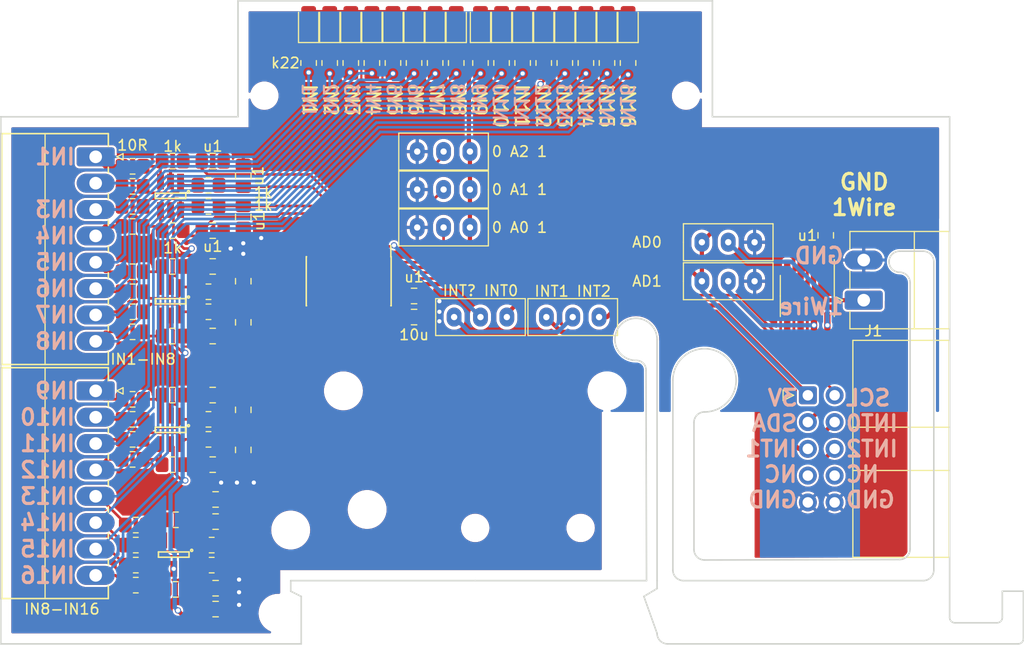
<source format=kicad_pcb>
(kicad_pcb (version 20211014) (generator pcbnew)
  (layers (0 "F.Cu" signal) (31 "B.Cu" signal) (34 "B.Paste" user) (35 "F.Paste" user) (36 "B.SilkS" user "B.Silkscreen") (37 "F.SilkS" user "F.Silkscreen") (38 "B.Mask" user) (39 "F.Mask" user) (44 "Edge.Cuts" user))
  (net 0 "")
  (net 1 "+3V3")
  (net 2 "GND")
  (net 3 "/I1")
  (net 4 "/I2")
  (net 5 "/I5")
  (net 6 "/I6")
  (net 7 "/I4")
  (net 8 "/I3")
  (net 9 "/I8")
  (net 10 "/I7")
  (net 11 "/I9")
  (net 12 "/I10")
  (net 13 "/I13")
  (net 14 "/I14")
  (net 15 "/I12")
  (net 16 "/I11")
  (net 17 "/I16")
  (net 18 "/I15")
  (net 19 "Net-(DD1-Pad1)")
  (net 20 "Net-(DD1-Pad2)")
  (net 21 "Net-(DD1-Pad3)")
  (net 22 "Net-(DD1-Pad21)")
  (net 23 "/SDA")
  (net 24 "/SCL")
  (net 25 "/INT1")
  (net 26 "/INT2")
  (net 27 "/IN1")
  (net 28 "/IN2")
  (net 29 "/IN3")
  (net 30 "/IN4")
  (net 31 "/IN5")
  (net 32 "/IN6")
  (net 33 "/IN7")
  (net 34 "/IN8")
  (net 35 "/IN9")
  (net 36 "/IN10")
  (net 37 "/IN11")
  (net 38 "/IN12")
  (net 39 "/IN13")
  (net 40 "/IN14")
  (net 41 "/IN15")
  (net 42 "/IN16")
  (net 43 "Net-(R1-Pad1)")
  (net 44 "Net-(R2-Pad1)")
  (net 45 "Net-(R3-Pad1)")
  (net 46 "Net-(R4-Pad1)")
  (net 47 "Net-(R13-Pad2)")
  (net 48 "Net-(R10-Pad1)")
  (net 49 "Net-(R11-Pad2)")
  (net 50 "Net-(R12-Pad1)")
  (net 51 "Net-(R17-Pad1)")
  (net 52 "Net-(R18-Pad1)")
  (net 53 "Net-(R19-Pad1)")
  (net 54 "Net-(R20-Pad1)")
  (net 55 "Net-(R25-Pad2)")
  (net 56 "Net-(R26-Pad1)")
  (net 57 "Net-(R27-Pad2)")
  (net 58 "Net-(R28-Pad1)")
  (net 61 "/INT0")
  (net 63 "Net-(J4-Pad1)")
  (net 64 "Net-(SW4-Pad1)")
  (net 65 "Net-(SW6-Pad2)")
  (net 66 "Net-(SW7-Pad2)")
  (net 67 "Net-(D1-Pad1)")
  (net 68 "Net-(D2-Pad1)")
  (net 69 "Net-(D3-Pad1)")
  (net 70 "Net-(D4-Pad1)")
  (net 71 "Net-(D5-Pad1)")
  (net 72 "Net-(D6-Pad1)")
  (net 73 "Net-(D7-Pad1)")
  (net 74 "Net-(D8-Pad1)")
  (net 75 "Net-(D9-Pad1)")
  (net 76 "Net-(D10-Pad1)")
  (net 77 "Net-(D11-Pad1)")
  (net 78 "Net-(D12-Pad1)")
  (net 79 "Net-(D13-Pad1)")
  (net 80 "Net-(D14-Pad1)")
  (net 81 "Net-(D15-Pad1)")
  (net 82 "Net-(D16-Pad1)")
  (footprint "Capacitor_SMD:C_0805_2012Metric_Pad1.18x1.45mm_HandSolder" (layer "F.Cu") (at 144.2 125)
    (fp_text reference "C1" hide)
    (fp_text value "10u")
  )
  (footprint "Capacitor_SMD:C_0805_2012Metric_Pad1.18x1.45mm_HandSolder" (layer "F.Cu") (at 183.25 117.25 90)
    (fp_text reference "C2" hide)
    (fp_text value "u1")
  )
  (footprint "Capacitor_SMD:C_0805_2012Metric_Pad1.18x1.45mm_HandSolder" (layer "F.Cu") (at 128 111.6 90)
    (fp_text reference "C3" hide)
    (fp_text value "u1")
  )
  (footprint "Capacitor_SMD:C_0805_2012Metric_Pad1.18x1.45mm_HandSolder" (layer "F.Cu") (at 125.1 110.2)
    (fp_text reference "C4" hide)
    (fp_text value "u1")
  )
  (footprint "Capacitor_SMD:C_0805_2012Metric_Pad1.18x1.45mm_HandSolder" (layer "F.Cu") (at 128 121.6 90)
    (fp_text reference "C5" hide)
    (fp_text value "u1" hide)
  )
  (footprint "Capacitor_SMD:C_0805_2012Metric_Pad1.18x1.45mm_HandSolder" (layer "F.Cu") (at 125.1 120.2)
    (fp_text reference "C6" hide)
    (fp_text value "u1" hide)
  )
  (footprint "Capacitor_SMD:C_0805_2012Metric_Pad1.18x1.45mm_HandSolder" (layer "F.Cu") (at 128 115.5 90)
    (fp_text reference "C7" hide)
    (fp_text value "u1")
  )
  (footprint "Capacitor_SMD:C_0805_2012Metric_Pad1.18x1.45mm_HandSolder" (layer "F.Cu") (at 125.1 116.8 180)
    (fp_text reference "C8" hide)
    (fp_text value "u1")
  )
  (footprint "Capacitor_SMD:C_0805_2012Metric_Pad1.18x1.45mm_HandSolder" (layer "F.Cu") (at 128 125.5 90)
    (fp_text reference "C9" hide)
    (fp_text value "u1" hide)
  )
  (footprint "Capacitor_SMD:C_0805_2012Metric_Pad1.18x1.45mm_HandSolder" (layer "F.Cu") (at 125.1 126.8 180)
    (fp_text reference "C10" hide)
    (fp_text value "u1" hide)
  )
  (footprint "Capacitor_SMD:C_0805_2012Metric_Pad1.18x1.45mm_HandSolder" (layer "F.Cu") (at 128 133.8 90)
    (fp_text reference "C11" hide)
    (fp_text value "u1" hide)
  )
  (footprint "Capacitor_SMD:C_0805_2012Metric_Pad1.18x1.45mm_HandSolder" (layer "F.Cu") (at 125.1 132.4)
    (fp_text reference "C12" hide)
    (fp_text value "u1" hide)
  )
  (footprint "Capacitor_SMD:C_0805_2012Metric_Pad1.18x1.45mm_HandSolder" (layer "F.Cu") (at 125.3744 144.4)
    (fp_text reference "C13" hide)
    (fp_text value "u1" hide)
  )
  (footprint "Capacitor_SMD:C_0805_2012Metric_Pad1.18x1.45mm_HandSolder" (layer "F.Cu") (at 125.3744 142.3)
    (fp_text reference "C14" hide)
    (fp_text value "u1" hide)
  )
  (footprint "Capacitor_SMD:C_0805_2012Metric_Pad1.18x1.45mm_HandSolder" (layer "F.Cu") (at 128 137.6 90)
    (fp_text reference "C15" hide)
    (fp_text value "u1" hide)
  )
  (footprint "Capacitor_SMD:C_0805_2012Metric_Pad1.18x1.45mm_HandSolder" (layer "F.Cu") (at 125.1 139 180)
    (fp_text reference "C16" hide)
    (fp_text value "u1" hide)
  )
  (footprint "Capacitor_SMD:C_0805_2012Metric_Pad1.18x1.45mm_HandSolder" (layer "F.Cu") (at 125.3748 150.7188 180)
    (fp_text reference "C17" hide)
    (fp_text value "u1" hide)
  )
  (footprint "Capacitor_SMD:C_0805_2012Metric_Pad1.18x1.45mm_HandSolder" (layer "F.Cu") (at 125.3748 152.7 180)
    (fp_text reference "C18" hide)
    (fp_text value "u1" hide)
  )
  (footprint "liebler_SEMICONDUCTORS:TSSOP-24_4.4x7.8mm_Pitch0.65mm_handsolder" (layer "F.Cu") (at 138 121.6 -90)
    (fp_text reference "DD1" hide)
    (fp_text value "PCA9555" hide)
  )
  (footprint "Resistor_SMD:R_0805_2012Metric_Pad1.20x1.40mm_HandSolder" (layer "F.Cu") (at 117.5 112.6 180)
    (fp_text reference "R1" hide)
    (fp_text value "10R" hide)
  )
  (footprint "Resistor_SMD:R_0805_2012Metric_Pad1.20x1.40mm_HandSolder" (layer "F.Cu") (at 117.5 110.7 180)
    (fp_text reference "R2" hide)
    (fp_text value "10R")
  )
  (footprint "Resistor_SMD:R_0805_2012Metric_Pad1.20x1.40mm_HandSolder" (layer "F.Cu") (at 117.5 122.6 180)
    (fp_text reference "R3" hide)
    (fp_text value "10R" hide)
  )
  (footprint "Resistor_SMD:R_0805_2012Metric_Pad1.20x1.40mm_HandSolder" (layer "F.Cu") (at 117.5 120.7 180)
    (fp_text reference "R4" hide)
    (fp_text value "10R" hide)
  )
  (footprint "Resistor_SMD:R_0805_2012Metric_Pad1.20x1.40mm_HandSolder" (layer "F.Cu") (at 124.7 112.5 180)
    (fp_text reference "R5" hide)
    (fp_text value "1k")
  )
  (footprint "Resistor_SMD:R_0805_2012Metric_Pad1.20x1.40mm_HandSolder" (layer "F.Cu") (at 121.3 110.2)
    (fp_text reference "R6" hide)
    (fp_text value "1k")
  )
  (footprint "Resistor_SMD:R_0805_2012Metric_Pad1.20x1.40mm_HandSolder" (layer "F.Cu") (at 124.7 122.6 180)
    (fp_text reference "R7" hide)
    (fp_text value "1k" hide)
  )
  (footprint "Resistor_SMD:R_0805_2012Metric_Pad1.20x1.40mm_HandSolder" (layer "F.Cu") (at 121.3 120.2)
    (fp_text reference "R8" hide)
    (fp_text value "1k" hide)
  )
  (footprint "Resistor_SMD:R_0805_2012Metric_Pad1.20x1.40mm_HandSolder" (layer "F.Cu") (at 124.7 114.5 180)
    (fp_text reference "R9" hide)
    (fp_text value "1k")
  )
  (footprint "Resistor_SMD:R_0805_2012Metric_Pad1.20x1.40mm_HandSolder" (layer "F.Cu") (at 121.3 116.8)
    (fp_text reference "R10" hide)
    (fp_text value "1k")
  )
  (footprint "Resistor_SMD:R_0805_2012Metric_Pad1.20x1.40mm_HandSolder" (layer "F.Cu") (at 124.7 124.5 180)
    (fp_text reference "R11" hide)
    (fp_text value "1k" hide)
  )
  (footprint "Resistor_SMD:R_0805_2012Metric_Pad1.20x1.40mm_HandSolder" (layer "F.Cu") (at 121.3 126.8)
    (fp_text reference "R12" hide)
    (fp_text value "1k" hide)
  )
  (footprint "Resistor_SMD:R_0805_2012Metric_Pad1.20x1.40mm_HandSolder" (layer "F.Cu") (at 117.5 114.5)
    (fp_text reference "R13" hide)
    (fp_text value "10R" hide)
  )
  (footprint "Resistor_SMD:R_0805_2012Metric_Pad1.20x1.40mm_HandSolder" (layer "F.Cu") (at 117.5 116.4)
    (fp_text reference "R14" hide)
    (fp_text value "10R" hide)
  )
  (footprint "Resistor_SMD:R_0805_2012Metric_Pad1.20x1.40mm_HandSolder" (layer "F.Cu") (at 117.5 124.5)
    (fp_text reference "R15" hide)
    (fp_text value "10R" hide)
  )
  (footprint "Resistor_SMD:R_0805_2012Metric_Pad1.20x1.40mm_HandSolder" (layer "F.Cu") (at 117.5 126.4)
    (fp_text reference "R16" hide)
    (fp_text value "10R" hide)
  )
  (footprint "Resistor_SMD:R_0805_2012Metric_Pad1.20x1.40mm_HandSolder" (layer "F.Cu") (at 117.5 134.7 180)
    (fp_text reference "R17" hide)
    (fp_text value "10R" hide)
  )
  (footprint "Resistor_SMD:R_0805_2012Metric_Pad1.20x1.40mm_HandSolder" (layer "F.Cu") (at 117.5 132.8 180)
    (fp_text reference "R18" hide)
    (fp_text value "10R" hide)
  )
  (footprint "Resistor_SMD:R_0805_2012Metric_Pad1.20x1.40mm_HandSolder" (layer "F.Cu") (at 117.8052 146.6292 180)
    (fp_text reference "R19" hide)
    (fp_text value "10R" hide)
  )
  (footprint "Resistor_SMD:R_0805_2012Metric_Pad1.20x1.40mm_HandSolder" (layer "F.Cu") (at 117.8052 144.7292 180)
    (fp_text reference "R20" hide)
    (fp_text value "10R" hide)
  )
  (footprint "Resistor_SMD:R_0805_2012Metric_Pad1.20x1.40mm_HandSolder" (layer "F.Cu") (at 124.7 134.7 180)
    (fp_text reference "R21" hide)
    (fp_text value "1k" hide)
  )
  (footprint "Resistor_SMD:R_0805_2012Metric_Pad1.20x1.40mm_HandSolder" (layer "F.Cu") (at 121.3 132.4)
    (fp_text reference "R22" hide)
    (fp_text value "1k" hide)
  )
  (footprint "Resistor_SMD:R_0805_2012Metric_Pad1.20x1.40mm_HandSolder" (layer "F.Cu") (at 125.0052 146.6292 180)
    (fp_text reference "R23" hide)
    (fp_text value "1k" hide)
  )
  (footprint "Resistor_SMD:R_0805_2012Metric_Pad1.20x1.40mm_HandSolder" (layer "F.Cu") (at 121.6052 144.2292)
    (fp_text reference "R24" hide)
    (fp_text value "1k" hide)
  )
  (footprint "Resistor_SMD:R_0805_2012Metric_Pad1.20x1.40mm_HandSolder" (layer "F.Cu") (at 124.7 136.6 180)
    (fp_text reference "R25" hide)
    (fp_text value "1k" hide)
  )
  (footprint "Resistor_SMD:R_0805_2012Metric_Pad1.20x1.40mm_HandSolder" (layer "F.Cu") (at 121.3 139)
    (fp_text reference "R26" hide)
    (fp_text value "1k" hide)
  )
  (footprint "Resistor_SMD:R_0805_2012Metric_Pad1.20x1.40mm_HandSolder" (layer "F.Cu") (at 125.0052 148.5292 180)
    (fp_text reference "R27" hide)
    (fp_text value "1k" hide)
  )
  (footprint "Resistor_SMD:R_0805_2012Metric_Pad1.20x1.40mm_HandSolder" (layer "F.Cu") (at 121.6052 150.8292)
    (fp_text reference "R28" hide)
    (fp_text value "1k" hide)
  )
  (footprint "Resistor_SMD:R_0805_2012Metric_Pad1.20x1.40mm_HandSolder" (layer "F.Cu") (at 117.5 136.6)
    (fp_text reference "R29" hide)
    (fp_text value "10R" hide)
  )
  (footprint "Resistor_SMD:R_0805_2012Metric_Pad1.20x1.40mm_HandSolder" (layer "F.Cu") (at 117.5 138.5)
    (fp_text reference "R30" hide)
    (fp_text value "10R" hide)
  )
  (footprint "Resistor_SMD:R_0805_2012Metric_Pad1.20x1.40mm_HandSolder" (layer "F.Cu") (at 117.8052 148.5292)
    (fp_text reference "R31" hide)
    (fp_text value "10R" hide)
  )
  (footprint "Resistor_SMD:R_0805_2012Metric_Pad1.20x1.40mm_HandSolder" (layer "F.Cu") (at 117.8052 150.4292)
    (fp_text reference "R32" hide)
    (fp_text value "10R" hide)
  )
  (footprint "sensact:SOT-23-6_handsolder" (layer "F.Cu") (at 121.1 113.5 -90)
    (fp_text reference "U1" hide)
    (fp_text value "SRV05" hide)
  )
  (footprint "sensact:SOT-23-6_handsolder" (layer "F.Cu") (at 121.1 123.5 -90)
    (fp_text reference "U2" hide)
    (fp_text value "SRV05" hide)
  )
  (footprint "sensact:SOT-23-6_handsolder" (layer "F.Cu") (at 121.1 135.7 -90)
    (fp_text reference "U3" hide)
    (fp_text value "SRV05" hide)
  )
  (footprint "sensact:SOT-23-6_handsolder" (layer "F.Cu") (at 121.4052 147.5292 -90)
    (fp_text reference "U4" hide)
    (fp_text value "SRV05" hide)
  )
  (footprint "Capacitor_SMD:C_0805_2012Metric_Pad1.18x1.45mm_HandSolder" (layer "F.Cu") (at 144.2 123)
    (fp_text reference "C19" hide)
    (fp_text value "u1")
  )
  (footprint "Connector_IDC:IDC-Header_2x05_P2.54mm_Horizontal" (layer "F.Cu") (at 181.5525 132.42)
    (fp_text reference "J1")
    (fp_text value "SensactBusConnector")
  )
  (footprint "liebler_CONN:PhoenixContact_MC_0,5_8-G-2.5_1x08_P2.50mm_Horizontal" (layer "F.Cu") (at 114 109.8 -90)
    (fp_text reference "J2" hide)
    (fp_text value "IN1-IN8")
  )
  (footprint "liebler_CONN:PhoenixContact_MC_0,5_8-G-2.5_1x08_P2.50mm_Horizontal" (layer "F.Cu") (at 114 132 -90)
    (fp_text reference "J3" hide)
    (fp_text value "IN8-IN16")
  )
  (footprint "liebler_MECH:Switch_SS12D00" (layer "F.Cu") (at 147 109.3 180)
    (fp_text reference "SW1" hide)
    (fp_text value "0 A2 1")
  )
  (footprint "liebler_MECH:Switch_SS12D00" (layer "F.Cu") (at 147 112.9 180)
    (fp_text reference "SW2" hide)
    (fp_text value "0 A1 1")
  )
  (footprint "liebler_MECH:Switch_SS12D00" (layer "F.Cu") (at 147 116.5 180)
    (fp_text reference "SW3" hide)
    (fp_text value "0 A0 1")
  )
  (footprint "MountingHole:MountingHole_3.2mm_M3" (layer "F.Cu") (at 139.75 143.25)
    (fp_text reference "H1" hide)
    (fp_text value "MountingHole" hide)
  )
  (footprint "MountingHole:MountingHole_3.2mm_M3" (layer "F.Cu") (at 172.75 143.25)
    (fp_text reference "H2" hide)
    (fp_text value "MountingHole" hide)
  )
  (footprint "MountingHole:MountingHole_2.2mm_M2_DIN965" (layer "F.Cu") (at 150 145)
    (fp_text reference "H3" hide)
    (fp_text value "MountingHole" hide)
  )
  (footprint "MountingHole:MountingHole_2.2mm_M2_DIN965" (layer "F.Cu") (at 160 145)
    (fp_text reference "H4" hide)
    (fp_text value "MountingHole" hide)
  )
  (footprint "MountingHole:MountingHole_2.2mm_M2_DIN965" (layer "F.Cu") (at 130 104)
    (fp_text reference "H5" hide)
    (fp_text value "MountingHole" hide)
  )
  (footprint "MountingHole:MountingHole_2.2mm_M2_DIN965" (layer "F.Cu") (at 170 104)
    (fp_text reference "H6" hide)
    (fp_text value "MountingHole" hide)
  )
  (footprint "Connector_Phoenix_MC:PhoenixContact_MC_1,5_2-G-3.81_1x02_P3.81mm_Horizontal" (layer "F.Cu") (at 186.8525 123.4 90)
    (fp_text reference "J4" hide)
    (fp_text value "1Wire" hide)
  )
  (footprint "liebler_MECH:Switch_SS12D00" (layer "F.Cu") (at 150.5 125)
    (fp_text reference "SW4" hide)
    (fp_text value "INT? INT0")
  )
  (footprint "liebler_MECH:Switch_SS12D00" (layer "F.Cu") (at 159.25 125)
    (fp_text reference "SW5" hide)
    (fp_text value "INT1 INT2")
  )
  (footprint "liebler_MECH:Switch_SS12D00" (layer "F.Cu") (at 174 121.6)
    (fp_text reference "SW6" hide)
    (fp_text value "AD1")
  )
  (footprint "liebler_MECH:Switch_SS12D00" (layer "F.Cu") (at 174 117.9)
    (fp_text reference "SW7" hide)
    (fp_text value "AD0")
  )
  (footprint "Package_SO:SOIC-8_3.9x4.9mm_P1.27mm" (layer "F.Cu") (at 181.5 123 -90)
    (fp_text reference "U5" hide)
    (fp_text value "DS2482" hide)
  )
  (footprint "LED_SMD:LED_0805_2012Metric_Pad1.15x1.40mm_HandSolder" (layer "F.Cu") (at 134.2 97.1 90)
    (fp_text reference "D1" hide)
    (fp_text value "LED" hide)
  )
  (footprint "LED_SMD:LED_0805_2012Metric_Pad1.15x1.40mm_HandSolder" (layer "F.Cu") (at 136.2 97.1 90)
    (fp_text reference "D2" hide)
    (fp_text value "LED" hide)
  )
  (footprint "LED_SMD:LED_0805_2012Metric_Pad1.15x1.40mm_HandSolder" (layer "F.Cu") (at 138.2 97.1 90)
    (fp_text reference "D3" hide)
    (fp_text value "LED" hide)
  )
  (footprint "LED_SMD:LED_0805_2012Metric_Pad1.15x1.40mm_HandSolder" (layer "F.Cu") (at 140.2 97.1 90)
    (fp_text reference "D4" hide)
    (fp_text value "LED" hide)
  )
  (footprint "LED_SMD:LED_0805_2012Metric_Pad1.15x1.40mm_HandSolder" (layer "F.Cu") (at 142.2 97.1 90)
    (fp_text reference "D5" hide)
    (fp_text value "LED" hide)
  )
  (footprint "LED_SMD:LED_0805_2012Metric_Pad1.15x1.40mm_HandSolder" (layer "F.Cu") (at 144.2 97.1 90)
    (fp_text reference "D6" hide)
    (fp_text value "LED" hide)
  )
  (footprint "LED_SMD:LED_0805_2012Metric_Pad1.15x1.40mm_HandSolder" (layer "F.Cu") (at 146.2 97.1 90)
    (fp_text reference "D7" hide)
    (fp_text value "LED" hide)
  )
  (footprint "LED_SMD:LED_0805_2012Metric_Pad1.15x1.40mm_HandSolder" (layer "F.Cu") (at 148.2 97.1 90)
    (fp_text reference "D8" hide)
    (fp_text value "LED" hide)
  )
  (footprint "Resistor_SMD:R_0805_2012Metric_Pad1.20x1.40mm_HandSolder" (layer "F.Cu") (at 134.2 100.9 -90)
    (fp_text reference "R33" hide)
    (fp_text value "k22")
  )
  (footprint "Resistor_SMD:R_0805_2012Metric_Pad1.20x1.40mm_HandSolder" (layer "F.Cu") (at 136.2 100.9 -90)
    (fp_text reference "R34" hide)
    (fp_text value "k22" hide)
  )
  (footprint "Resistor_SMD:R_0805_2012Metric_Pad1.20x1.40mm_HandSolder" (layer "F.Cu") (at 138.2 100.9 -90)
    (fp_text reference "R35" hide)
    (fp_text value "k22" hide)
  )
  (footprint "Resistor_SMD:R_0805_2012Metric_Pad1.20x1.40mm_HandSolder" (layer "F.Cu") (at 140.2 100.9 -90)
    (fp_text reference "R36" hide)
    (fp_text value "k22" hide)
  )
  (footprint "Resistor_SMD:R_0805_2012Metric_Pad1.20x1.40mm_HandSolder" (layer "F.Cu") (at 142.2 100.9 -90)
    (fp_text reference "R37" hide)
    (fp_text value "k22" hide)
  )
  (footprint "Resistor_SMD:R_0805_2012Metric_Pad1.20x1.40mm_HandSolder" (layer "F.Cu") (at 144.2 100.9 -90)
    (fp_text reference "R38" hide)
    (fp_text value "k22" hide)
  )
  (footprint "Resistor_SMD:R_0805_2012Metric_Pad1.20x1.40mm_HandSolder" (layer "F.Cu") (at 146.2 100.9 -90)
    (fp_text reference "R39" hide)
    (fp_text value "k22" hide)
  )
  (footprint "Resistor_SMD:R_0805_2012Metric_Pad1.20x1.40mm_HandSolder" (layer "F.Cu") (at 148.2 100.9 -90)
    (fp_text reference "R40" hide)
    (fp_text value "k22" hide)
  )
  (footprint "LED_SMD:LED_0805_2012Metric_Pad1.15x1.40mm_HandSolder" (layer "F.Cu") (at 150.5 97.1 90)
    (fp_text reference "D9" hide)
    (fp_text value "LED" hide)
  )
  (footprint "LED_SMD:LED_0805_2012Metric_Pad1.15x1.40mm_HandSolder" (layer "F.Cu") (at 152.5 97.1 90)
    (fp_text reference "D10" hide)
    (fp_text value "LED" hide)
  )
  (footprint "LED_SMD:LED_0805_2012Metric_Pad1.15x1.40mm_HandSolder" (layer "F.Cu") (at 154.5 97.1 90)
    (fp_text reference "D11" hide)
    (fp_text value "LED" hide)
  )
  (footprint "LED_SMD:LED_0805_2012Metric_Pad1.15x1.40mm_HandSolder" (layer "F.Cu") (at 156.5 97.1 90)
    (fp_text reference "D12" hide)
    (fp_text value "LED" hide)
  )
  (footprint "LED_SMD:LED_0805_2012Metric_Pad1.15x1.40mm_HandSolder" (layer "F.Cu") (at 158.5 97.1 90)
    (fp_text reference "D13" hide)
    (fp_text value "LED" hide)
  )
  (footprint "LED_SMD:LED_0805_2012Metric_Pad1.15x1.40mm_HandSolder" (layer "F.Cu") (at 160.5 97.1 90)
    (fp_text reference "D14" hide)
    (fp_text value "LED" hide)
  )
  (footprint "LED_SMD:LED_0805_2012Metric_Pad1.15x1.40mm_HandSolder" (layer "F.Cu") (at 162.5 97.1 90)
    (fp_text reference "D15" hide)
    (fp_text value "LED" hide)
  )
  (footprint "LED_SMD:LED_0805_2012Metric_Pad1.15x1.40mm_HandSolder" (layer "F.Cu") (at 164.5 97.1 90)
    (fp_text reference "D16" hide)
    (fp_text value "LED" hide)
  )
  (footprint "Resistor_SMD:R_0805_2012Metric_Pad1.20x1.40mm_HandSolder" (layer "F.Cu") (at 150.5 100.9 -90)
    (fp_text reference "R41" hide)
    (fp_text value "k22" hide)
  )
  (footprint "Resistor_SMD:R_0805_2012Metric_Pad1.20x1.40mm_HandSolder" (layer "F.Cu") (at 152.5 100.9 -90)
    (fp_text reference "R42" hide)
    (fp_text value "k22" hide)
  )
  (footprint "Resistor_SMD:R_0805_2012Metric_Pad1.20x1.40mm_HandSolder" (layer "F.Cu") (at 154.5 100.9 -90)
    (fp_text reference "R43" hide)
    (fp_text value "k22" hide)
  )
  (footprint "Resistor_SMD:R_0805_2012Metric_Pad1.20x1.40mm_HandSolder" (layer "F.Cu") (at 156.5 100.9 -90)
    (fp_text reference "R44" hide)
    (fp_text value "k22" hide)
  )
  (footprint "Resistor_SMD:R_0805_2012Metric_Pad1.20x1.40mm_HandSolder" (layer "F.Cu") (at 158.5 100.9 -90)
    (fp_text reference "R45" hide)
    (fp_text value "k22" hide)
  )
  (footprint "Resistor_SMD:R_0805_2012Metric_Pad1.20x1.40mm_HandSolder" (layer "F.Cu") (at 160.5 100.9 -90)
    (fp_text reference "R46" hide)
    (fp_text value "k22" hide)
  )
  (footprint "Resistor_SMD:R_0805_2012Metric_Pad1.20x1.40mm_HandSolder" (layer "F.Cu") (at 162.5 100.9 -90)
    (fp_text reference "R47" hide)
    (fp_text value "k22" hide)
  )
  (footprint "Resistor_SMD:R_0805_2012Metric_Pad1.20x1.40mm_HandSolder" (layer "F.Cu") (at 164.5 100.9 -90)
    (fp_text reference "R48" hide)
    (fp_text value "k22" hide)
  )
  (footprint "MountingHole:MountingHole_3.2mm_M3" (layer "F.Cu") (at 132.5 145.2)
    (fp_text reference "H9" hide)
    (fp_text value "MountingHole" hide)
  )
  (footprint "MountingHole:MountingHole_3.2mm_M3" (layer "F.Cu") (at 137.5 132)
    (fp_text reference "H8" hide)
    (fp_text value "MountingHole" hide)
  )
  (footprint "MountingHole:MountingHole_3.2mm_M3" (layer "F.Cu") (at 131.3 153.1)
    (fp_text reference "H10" hide)
    (fp_text value "MountingHole" hide)
  )
  (footprint "MountingHole:MountingHole_3.2mm_M3" (layer "F.Cu") (at 162.5 132)
    (fp_text reference "H7" hide)
    (fp_text value "MountingHole" hide)
  )
  (gr_line (start 166.25 150) (end 150 150) (layer "Edge.Cuts") (width 0.15))
  (gr_arc (start 200 153.5) (mid 199.853553 153.853553) (end 199.5 154) (layer "Edge.Cuts") (width 0.15))
  (gr_line (start 199.5 154) (end 195.5 154) (layer "Edge.Cuts") (width 0.15))
  (gr_arc (start 195.5 154) (mid 195.146447 153.853553) (end 195 153.5) (layer "Edge.Cuts") (width 0.15))
  (gr_line (start 192.5 150) (end 169.75 150) (layer "Edge.Cuts") (width 0.15))
  (gr_arc (start 193.5 149) (mid 193.207107 149.707107) (end 192.5 150) (layer "Edge.Cuts") (width 0.15))
  (gr_line (start 191.25 147) (end 191.25 121.75) (layer "Edge.Cuts") (width 0.15))
  (gr_line (start 170.75 147.042893) (end 170.75 135) (layer "Edge.Cuts") (width 0.15))
  (gr_arc (start 165.25 129.114214) (mid 165.950204 129.390078) (end 166.2 130.1) (layer "Edge.Cuts") (width 0.15))
  (gr_arc (start 168.75 131) (mid 173.87132 128.87868) (end 171.75 134) (layer "Edge.Cuts") (width 0.15))
  (gr_arc (start 168.25 156) (mid 167.542893 155.707107) (end 167.25 155) (layer "Edge.Cuts") (width 0.15))
  (gr_arc (start 170.75 135) (mid 171.042893 134.292893) (end 171.75 134) (layer "Edge.Cuts") (width 0.15))
  (gr_line (start 132.5 151) (end 133.5 151.5) (layer "Edge.Cuts") (width 0.15))
  (gr_line (start 167.25 150) (end 167.25 127.114214) (layer "Edge.Cuts") (width 0.15))
  (gr_arc (start 190.25 120.75) (mid 189.542893 120.457107) (end 189.25 119.75) (layer "Edge.Cuts") (width 0.15))
  (gr_line (start 127.5 95) (end 172.5 95) (layer "Edge.Cuts") (width 0.15))
  (gr_line (start 132.5 150) (end 132.5 151) (layer "Edge.Cuts") (width 0.15))
  (gr_arc (start 171.75 148.042893) (mid 171.042893 147.75) (end 170.75 147.042893) (layer "Edge.Cuts") (width 0.15))
  (gr_line (start 167.25 150.75) (end 167.25 150) (layer "Edge.Cuts") (width 0.15))
  (gr_arc (start 169.75 150) (mid 169.042893 149.707107) (end 168.75 149) (layer "Edge.Cuts") (width 0.15))
  (gr_line (start 195 106) (end 195 153.5) (layer "Edge.Cuts") (width 0.15))
  (gr_line (start 167.25 150.75) (end 166 151.5) (layer "Edge.Cuts") (width 0.15))
  (gr_line (start 201.5 156) (end 168.25 156) (layer "Edge.Cuts") (width 0.15))
  (gr_arc (start 189.25 119.75) (mid 189.542893 119.042893) (end 190.25 118.75) (layer "Edge.Cuts") (width 0.15))
  (gr_line (start 166.25 150) (end 166.2 130.1) (layer "Edge.Cuts") (width 0.15))
  (gr_line (start 127.5 106) (end 127.5 95) (layer "Edge.Cuts") (width 0.15))
  (gr_line (start 202 151) (end 200 151) (layer "Edge.Cuts") (width 0.15))
  (gr_line (start 171.75 148.042893) (end 190.25 148) (layer "Edge.Cuts") (width 0.15))
  (gr_arc (start 165.25 129.114214) (mid 163.835786 125.7) (end 167.25 127.114214) (layer "Edge.Cuts") (width 0.15))
  (gr_arc (start 191.25 147) (mid 190.957107 147.707107) (end 190.25 148) (layer "Edge.Cuts") (width 0.15))
  (gr_line (start 105 106) (end 127.5 106) (layer "Edge.Cuts") (width 0.15))
  (gr_line (start 168.75 149) (end 168.75 131) (layer "Edge.Cuts") (width 0.15))
  (gr_line (start 166 151.5) (end 167.25 155) (layer "Edge.Cuts") (width 0.15))
  (gr_arc (start 190.25 120.75) (mid 190.957107 121.042893) (end 191.25 121.75) (layer "Edge.Cuts") (width 0.15))
  (gr_line (start 192.5 118.75) (end 190.25 118.75) (layer "Edge.Cuts") (width 0.15))
  (gr_line (start 105 156) (end 105 106) (layer "Edge.Cuts") (width 0.15))
  (gr_arc (start 192.5 118.75) (mid 193.207107 119.042893) (end 193.5 119.75) (layer "Edge.Cuts") (width 0.15))
  (gr_line (start 172.5 95) (end 172.5 106) (layer "Edge.Cuts") (width 0.15))
  (gr_line (start 133.5 156) (end 105 156) (layer "Edge.Cuts") (width 0.15))
  (gr_line (start 200 151) (end 200 153.5) (layer "Edge.Cuts") (width 0.15))
  (gr_line (start 172.5 106) (end 195 106) (layer "Edge.Cuts") (width 0.15))
  (gr_line (start 150 150) (end 132.5 150) (layer "Edge.Cuts") (width 0.15))
  (gr_line (start 202 155.5) (end 202 151) (layer "Edge.Cuts") (width 0.15))
  (gr_line (start 193.5 119.75) (end 193.5 149) (layer "Edge.Cuts") (width 0.15))
  (gr_arc (start 202 155.5) (mid 201.853553 155.853553) (end 201.5 156) (layer "Edge.Cuts") (width 0.15))
  (gr_line (start 133.5 151.5) (end 133.5 156) (layer "Edge.Cuts") (width 0.15))
  (gr_text "IN16\nIN15\nIN14\nIN13\nIN12\nIN11\nIN10\nIN9\nIN8\nIN7\nIN6\nIN5\nIN4\nIN3\nIN2\nIN1" (at 149.3 102.7 270) (layer "B.SilkS") (effects (font (size 1.25 1.2) (thickness 0.2)) (justify right mirror)))
  (gr_text "IN16\n" (at 112.2 149.5) (layer "B.SilkS") (effects (font (size 1.5 1.5) (thickness 0.3)) (justify left mirror)))
  (gr_text "IN10\n" (at 112.2 134.5) (layer "B.SilkS") (effects (font (size 1.5 1.5) (thickness 0.3)) (justify left mirror)))
  (gr_text "IN4\n" (at 112.2 117.3) (layer "B.SilkS") (effects (font (size 1.5 1.5) (thickness 0.3)) (justify left mirror)))
  (gr_text "IN3" (at 112.2 114.8) (layer "B.SilkS") (effects (font (size 1.5 1.5) (thickness 0.3)) (justify left mirror)))
  (gr_text "IN15\n" (at 112.2 147) (layer "B.SilkS") (effects (font (size 1.5 1.5) (thickness 0.3)) (justify left mirror)))
  (gr_text "3V\nSDA\nINT1\nNC\nGND" (at 180.7 137.5) (layer "B.SilkS") (effects (font (size 1.5 1.5) (thickness 0.3)) (justify left mirror)))
  (gr_text "IN12\n" (at 112.2 139.5) (layer "B.SilkS") (effects (font (size 1.5 1.5) (thickness 0.3)) (justify left mirror)))
  (gr_text "IN5\n" (at 112.2 119.8) (layer "B.SilkS") (effects (font (size 1.5 1.5) (thickness 0.3)) (justify left mirror)))
  (gr_text "IN8\n" (at 112.2 127.3) (layer "B.SilkS") (effects (font (size 1.5 1.5) (thickness 0.3)) (justify left mirror)))
  (gr_text "IN6\n" (at 112.2 122.3) (layer "B.SilkS") (effects (font (size 1.5 1.5) (thickness 0.3)) (justify left mirror)))
  (gr_text "IN7\n" (at 112.2 124.8) (layer "B.SilkS") (effects (font (size 1.5 1.5) (thickness 0.3)) (justify left mirror)))
  (gr_text "IN14\n" (at 112.2 144.5) (layer "B.SilkS") (effects (font (size 1.5 1.5) (thickness 0.3)) (justify left mirror)))
  (gr_text "IN13\n" (at 112.2 142) (layer "B.SilkS") (effects (font (size 1.5 1.5) (thickness 0.3)) (justify left mirror)))
  (gr_text "IN9\n" (at 112.2 132) (layer "B.SilkS") (effects (font (size 1.5 1.5) (thickness 0.3)) (justify left mirror)))
  (gr_text "IN11" (at 112.2 137) (layer "B.SilkS") (effects (font (size 1.5 1.5) (thickness 0.3)) (justify left mirror)))
  (gr_text "GND\n\n1Wire" (at 185.1 121.6) (layer "B.SilkS") (effects (font (size 1.5 1.5) (thickness 0.3)) (justify left mirror)))
  (gr_text "SCL\nINT0\nINT2\nNC\nGND" (at 185 137.5) (layer "B.SilkS") (effects (font (size 1.5 1.5) (thickness 0.3)) (justify right mirror)))
  (gr_text "IN1\n" (at 112.2 109.8) (layer "B.SilkS") (effects (font (size 1.5 1.5) (thickness 0.3)) (justify left mirror)))
  (gr_text "IN16\nIN15\nIN14\nIN13\nIN12\nIN11\nIN10\nIN9\nIN8\nIN7\nIN6\nIN5\nIN4\nIN3\nIN2\nIN1" (at 149.4 102.8 270) (layer "F.SilkS") (effects (font (size 1.25 1.2) (thickness 0.2)) (justify left)))
  (gr_text "GND\n1Wire" (at 186.9 113.4) (layer "F.SilkS") (effects (font (size 1.5 1.5) (thickness 0.3))))
  (segment (start 121.37499 115.12499) (end 121.37499 117.49925) (width 0.25) (layer "F.Cu") (net 1))
  (segment (start 141.575 126.5875) (end 143.1625 125) (width 0.4) (layer "F.Cu") (net 1))
  (segment (start 122.37574 118.5) (end 123.1 118.5) (width 0.25) (layer "F.Cu") (net 1))
  (segment (start 170.15 120.25) (end 150.15 120.25) (width 0.4) (layer "F.Cu") (net 1))
  (segment (start 149.29952 97.17452) (end 148.2 96.075) (width 0.4) (layer "F.Cu") (net 1))
  (segment (start 170.630747 123.89856) (end 168.607667 121.87548) (width 0.4) (layer "F.Cu") (net 1))
  (segment (start 121.1 137.05) (end 121.37499 137.32499) (width 0.25) (layer "F.Cu") (net 1))
  (segment (start 121.37499 127.48818) (end 122.28681 128.4) (width 0.25) (layer "F.Cu") (net 1))
  (segment (start 181.5525 132.356802) (end 173.094258 123.89856) (width 0.4) (layer "F.Cu") (net 1))
  (segment (start 164.5 96.075) (end 150.5 96.075) (width 0.4) (layer "F.Cu") (net 1))
  (segment (start 121.37499 139.68818) (end 122.18681 140.5) (width 0.25) (layer "F.Cu") (net 1))
  (segment (start 128.4 147.511902) (end 129.7226 146.189301) (width 0.4) (layer "F.Cu") (net 1))
  (segment (start 143.1625 125) (end 143.1625 123) (width 0.25) (layer "F.Cu") (net 1))
  (segment (start 121.1 124.85) (end 121.1 125.98681) (width 0.25) (layer "F.Cu") (net 1))
  (segment (start 171.5 121.6) (end 170.15 120.25) (width 0.4) (layer "F.Cu") (net 1))
  (segment (start 129.7226 143.79062) (end 133.52452 139.988699) (width 0.4) (layer "F.Cu") (net 1))
  (segment (start 122.28681 128.4) (end 122.5 128.4) (width 0.25) (layer "F.Cu") (net 1))
  (segment (start 122.80052 153.82452) (end 127.27548 153.82452) (width 0.4) (layer "F.Cu") (net 1))
  (segment (start 183.405 119) (end 180.90499 116.49999) (width 0.4) (layer "F.Cu") (net 1))
  (segment (start 121.37499 126.2618) (end 121.37499 127.48818) (width 0.25) (layer "F.Cu") (net 1))
  (segment (start 128.4 152.7) (end 128.4 147.511902) (width 0.4) (layer "F.Cu") (net 1))
  (segment (start 168.607667 121.87548) (end 144.28702 121.87548) (width 0.4) (layer "F.Cu") (net 1))
  (segment (start 134.2 96.075) (end 148.2 96.075) (width 0.4) (layer "F.Cu") (net 1))
  (segment (start 183.405 120.5) (end 183.405 118.0425) (width 0.4) (layer "F.Cu") (net 1))
  (segment (start 181.5525 132.42) (end 181.5525 132.356802) (width 0.4) (layer "F.Cu") (net 1))
  (segment (start 127.27548 153.82452) (end 128.4 152.7) (width 0.4) (layer "F.Cu") (net 1))
  (segment (start 149.5 116.5) (end 149.5 109.3) (width 0.4) (layer "F.Cu") (net 1))
  (segment (start 141.675 125) (end 141.575 124.9) (width 0.25) (layer "F.Cu") (net 1))
  (segment (start 149.40048 97.17452) (end 150.5 96.075) (width 0.4) (layer "F.Cu") (net 1))
  (segment (start 171.5 121.6) (end 171.5 117.9) (width 0.4) (layer "F.Cu") (net 1))
  (segment (start 149.40048 109.20048) (end 149.40048 97.17452) (width 0.4) (layer "F.Cu") (net 1))
  (segment (start 121.1 114.85) (end 121.37499 115.12499) (width 0.25) (layer "F.Cu") (net 1))
  (segment (start 180.90499 116.49999) (end 172.90001 116.49999) (width 0.4) (layer "F.Cu") (net 1))
  (segment (start 121.37499 117.49925) (end 122.37574 118.5) (width 0.25) (layer "F.Cu") (net 1))
  (segment (start 121.1 125.98681) (end 121.37499 126.2618) (width 0.25) (layer "F.Cu") (net 1))
  (segment (start 133.52452 139.988699) (end 133.52452 132.117264) (width 0.4) (layer "F.Cu") (net 1))
  (segment (start 129.7226 146.189301) (end 129.7226 143.79062) (width 0.4) (layer "F.Cu") (net 1))
  (segment (start 121.37499 137.32499) (end 121.37499 139.68818) (width 0.25) (layer "F.Cu") (net 1))
  (segment (start 173.094258 123.89856) (end 170.630747 123.89856) (width 0.4) (layer "F.Cu") (net 1))
  (segment (start 149.40048 97.17452) (end 149.29952 97.17452) (width 0.4) (layer "F.Cu") (net 1))
  (segment (start 144.28702 121.87548) (end 143.1625 123) (width 0.4) (layer "F.Cu") (net 1))
  (segment (start 172.90001 116.49999) (end 171.5 117.9) (width 0.4) (layer "F.Cu") (net 1))
  (segment (start 122.18681 140.5) (end 122.5 140.5) (width 0.25) (layer "F.Cu") (net 1))
  (segment (start 121.8052 152.8292) (end 122.80052 153.82452) (width 0.4) (layer "F.Cu") (net 1))
  (segment (start 133.52452 132.117264) (end 139.054284 126.5875) (width 0.4) (layer "F.Cu") (net 1))
  (segment (start 150.15 120.25) (end 149.5 119.6) (width 0.4) (layer "F.Cu") (net 1))
  (segment (start 139.054284 126.5875) (end 141.575 126.5875) (width 0.4) (layer "F.Cu") (net 1))
  (segment (start 149.5 119.6) (end 149.5 116.5) (width 0.4) (layer "F.Cu") (net 1))
  (segment (start 143.1625 125) (end 141.675 125) (width 0.25) (layer "F.Cu") (net 1))
  (via (at 121.4052 148.8792) (size 0.6) (drill 0.4) (layers "F.Cu" "B.Cu") (net 1))
  (via (at 123.1 118.5) (size 0.6) (drill 0.4) (layers "F.Cu" "B.Cu") (net 1))
  (via (at 122.5 140.5) (size 0.6) (drill 0.4) (layers "F.Cu" "B.Cu") (net 1))
  (via (at 121.8052 152.8292) (size 0.6) (drill 0.4) (layers "F.Cu" "B.Cu") (net 1))
  (via (at 122.5 128.4) (size 0.6) (drill 0.4) (layers "F.Cu" "B.Cu") (net 1))
  (segment (start 122.5 128.4) (end 122.25 128.15) (width 0.4) (layer "B.Cu") (net 1))
  (segment (start 122.25 140.5) (end 121.1 141.65) (width 0.4) (layer "B.Cu") (net 1))
  (segment (start 121.1 141.65) (end 121.1 147.05) (width 0.4) (layer "B.Cu") (net 1))
  (segment (start 122.5 140.5) (end 122.25 140.25) (width 0.4) (layer "B.Cu") (net 1))
  (segment (start 122.25 140.25) (end 122.25 128.65) (width 0.4) (layer "B.Cu") (net 1))
  (segment (start 171.5 122.5) (end 171.5 121.6) (width 0.4) (layer "B.Cu") (net 1))
  (segment (start 122.5 140.5) (end 122.25 140.5) (width 0.4) (layer "B.Cu") (net 1))
  (segment (start 122.25 128.65) (end 122.5 128.4) (width 0.4) (layer "B.Cu") (net 1))
  (segment (start 121.5 147.45) (end 121.5 152.524) (width 0.4) (layer "B.Cu") (net 1))
  (segment (start 121.1 147.05) (end 121.5 147.45) (width 0.4) (layer "B.Cu") (net 1))
  (segment (start 122.25 128.15) (end 122.25 119.35) (width 0.4) (layer "B.Cu") (net 1))
  (segment (start 122.25 119.35) (end 123.1 118.5) (width 0.4) (layer "B.Cu") (net 1))
  (segment (start 121.5 152.524) (end 121.8052 152.8292) (width 0.4) (layer "B.Cu") (net 1))
  (segment (start 181.6 132.6) (end 171.5 122.5) (width 0.4) (layer "B.Cu") (net 1))
  (segment (start 127.4 143.7) (end 127.4 140.7) (width 0.25) (layer "F.Cu") (net 2))
  (segment (start 126.7 144.4) (end 127.4 143.7) (width 0.25) (layer "F.Cu") (net 2))
  (segment (start 126.4119 144.4) (end 126.7 144.4) (width 0.25) (layer "F.Cu") (net 2))
  (via (at 128 118) (size 0.6) (drill 0.4) (layers "F.Cu" "B.Cu") (net 2))
  (via (at 128 119) (size 0.6) (drill 0.4) (layers "F.Cu" "B.Cu") (net 2))
  (via (at 129 140.7) (size 0.6) (drill 0.4) (layers "F.Cu" "B.Cu") (net 2))
  (via (at 127.6 151.1) (size 0.6) (drill 0.4) (layers "F.Cu" "B.Cu") (net 2))
  (via (at 127.6 152.3) (size 0.6) (drill 0.4) (layers "F.Cu" "B.Cu") (net 2))
  (via (at 146.6 124.5) (size 0.6) (drill 0.4) (layers "F.Cu" "B.Cu") (net 2))
  (via (at 146.6 123.5) (size 0.6) (drill 0.4) (layers "F.Cu" "B.Cu") (net 2))
  (via (at 126.8 118.5) (size 0.6) (drill 0.4) (layers "F.Cu" "B.Cu") (net 2))
  (via (at 146.6 125.4) (size 0.6) (drill 0.4) (layers "F.Cu" "B.Cu") (net 2))
  (via (at 129.7 117.5) (size 0.6) (drill 0.4) (layers "F.Cu" "B.Cu") (net 2))
  (via (at 125.9 140.7) (size 0.6) (drill 0.4) (layers "F.Cu" "B.Cu") (net 2))
  (via (at 127.4 140.7) (size 0.6) (drill 0.4) (layers "F.Cu" "B.Cu") (net 2))
  (via (at 127.6 149.9) (size 0.6) (drill 0.4) (layers "F.Cu" "B.Cu") (net 2))
  (segment (start 124.0625 109.8) (end 122.3 109.8) (width 0.25) (layer "F.Cu") (net 3))
  (segment (start 124.0625 110.925) (end 124.61249 111.47499) (width 0.25) (layer "F.Cu") (net 3))
  (segment (start 124.61249 111.47499) (end 134.310694 111.47499) (width 0.25) (layer "F.Cu") (net 3))
  (segment (start 139.625 116.789296) (end 139.625 118.3) (width 0.25) (layer "F.Cu") (net 3))
  (segment (start 124.0625 110.2) (end 124.0625 110.925) (width 0.25) (layer "F.Cu") (net 3))
  (segment (start 134.310694 111.47499) (end 139.625 116.789296) (width 0.25) (layer "F.Cu") (net 3))
  (segment (start 138.975 118.3) (end 138.975 117.074984) (width 0.25) (layer "F.Cu") (net 4))
  (segment (start 138.975 117.074984) (end 134.537516 112.6375) (width 0.25) (layer "F.Cu") (net 4))
  (segment (start 134.537516 112.6375) (end 128 112.6375) (width 0.25) (layer "F.Cu") (net 4))
  (segment (start 128 112.6375) (end 125.8375 112.6375) (width 0.25) (layer "F.Cu") (net 4))
  (segment (start 133.137339 115.626957) (end 129.049519 119.714777) (width 0.25) (layer "F.Cu") (net 5))
  (segment (start 122.3 120.2) (end 124.0625 120.2) (width 0.25) (layer "F.Cu") (net 5))
  (segment (start 129.049519 119.714777) (end 129.04952 121.137973) (width 0.25) (layer "F.Cu") (net 5))
  (segment (start 137.025 118.3) (end 137.025 117.05) (width 0.25) (layer "F.Cu") (net 5))
  (segment (start 129.04952 121.137973) (end 128.712973 121.47452) (width 0.25) (layer "F.Cu") (net 5))
  (segment (start 128.712973 121.47452) (end 125.33702 121.47452) (width 0.25) (layer "F.Cu") (net 5))
  (segment (start 135.601957 115.626957) (end 133.137339 115.626957) (width 0.25) (layer "F.Cu") (net 5))
  (segment (start 125.33702 121.47452) (end 124.0625 120.2) (width 0.25) (layer "F.Cu") (net 5))
  (segment (start 137.025 117.05) (end 135.601957 115.626957) (width 0.25) (layer "F.Cu") (net 5))
  (segment (start 128.185697 122.6375) (end 129.499031 121.324166) (width 0.25) (layer "F.Cu") (net 6))
  (segment (start 129.49903 119.90097) (end 133.323532 116.076468) (width 0.25) (layer "F.Cu") (net 6))
  (segment (start 125.7 122.6) (end 127.9625 122.6) (width 0.25) (layer "F.Cu") (net 6))
  (segment (start 136.375 117.05) (end 136.375 118.3) (width 0.25) (layer "F.Cu") (net 6))
  (segment (start 129.499031 121.324166) (end 129.49903 119.90097) (width 0.25) (layer "F.Cu") (net 6))
  (segment (start 133.323532 116.076468) (end 135.401468 116.076468) (width 0.25) (layer "F.Cu") (net 6))
  (segment (start 135.401468 116.076468) (end 136.375 117.05) (width 0.25) (layer "F.Cu") (net 6))
  (segment (start 131.522554 115.177446) (end 131.17548 115.52452) (width 0.25) (layer "F.Cu") (net 7))
  (segment (start 135.806038 115.177446) (end 131.522554 115.177446) (width 0.25) (layer "F.Cu") (net 7))
  (segment (start 137.675 117.046408) (end 135.806038 115.177446) (width 0.25) (layer "F.Cu") (net 7))
  (segment (start 131.17548 115.52452) (end 125.33798 115.52452) (width 0.25) (layer "F.Cu") (net 7))
  (segment (start 124.0625 117.3) (end 122.3 117.3) (width 0.25) (layer "F.Cu") (net 7))
  (segment (start 125.33798 115.52452) (end 124.0625 116.8) (width 0.25) (layer "F.Cu") (net 7))
  (segment (start 137.675 118.3) (end 137.675 117.046408) (width 0.25) (layer "F.Cu") (net 7))
  (segment (start 138.325 117.060688) (end 135.726812 114.4625) (width 0.25) (layer "F.Cu") (net 8))
  (segment (start 138.325 118.3) (end 138.325 117.060688) (width 0.25) (layer "F.Cu") (net 8))
  (segment (start 128 114.4625) (end 125.7375 114.4625) (width 0.25) (layer "F.Cu") (net 8))
  (segment (start 135.726812 114.4625) (end 128 114.4625) (width 0.25) (layer "F.Cu") (net 8))
  (segment (start 129.049502 125.52452) (end 125.33798 125.52452) (width 0.25) (layer "F.Cu") (net 9))
  (segment (start 130.4 124.174022) (end 129.049502 125.52452) (width 0.25) (layer "F.Cu") (net 9))
  (segment (start 135.075 117.100978) (end 134.949511 116.975489) (width 0.25) (layer "F.Cu") (net 9))
  (segment (start 130.4 120.475978) (end 130.4 124.174022) (width 0.25) (layer "F.Cu") (net 9))
  (segment (start 125.33798 125.52452) (end 124.0625 126.8) (width 0.25) (layer "F.Cu") (net 9))
  (segment (start 135.075 118.3) (end 135.075 117.100978) (width 0.25) (layer "F.Cu") (net 9))
  (segment (start 122.3 126.8) (end 124.0625 126.8) (width 0.25) (layer "F.Cu") (net 9))
  (segment (start 134.949511 116.975489) (end 133.900489 116.975489) (width 0.25) (layer "F.Cu") (net 9))
  (segment (start 133.900489 116.975489) (end 130.4 120.475978) (width 0.25) (layer "F.Cu") (net 9))
  (segment (start 135.725 117.05) (end 135.725 118.3) (width 0.25) (layer "F.Cu") (net 10))
  (segment (start 129.95049 120.289784) (end 133.714296 116.525978) (width 0.25) (layer "F.Cu") (net 10))
  (segment (start 133.714296 116.525978) (end 135.200979 116.525979) (width 0.25) (layer "F.Cu") (net 10))
  (segment (start 125.7 124.5) (end 127.9625 124.5) (width 0.25) (layer "F.Cu") (net 10))
  (segment (start 135.200979 116.525979) (end 135.725 117.05) (width 0.25) (layer "F.Cu") (net 10))
  (segment (start 129.950489 122.386193) (end 129.95049 120.289784) (width 0.25) (layer "F.Cu") (net 10))
  (segment (start 128 124.336682) (end 129.950489 122.386193) (width 0.25) (layer "F.Cu") (net 10))
  (segment (start 129.750489 133.049511) (end 129.05 133.75) (width 0.25) (layer "F.Cu") (net 11))
  (segment (start 127.11181 133.5) (end 125.1625 133.5) (width 0.25) (layer "F.Cu") (net 11))
  (segment (start 125.1625 133.5) (end 124.0625 132.4) (width 0.25) (layer "F.Cu") (net 11))
  (segment (start 129.05 133.75) (end 127.36181 133.75) (width 0.25) (layer "F.Cu") (net 11))
  (segment (start 134.425 125.875) (end 129.750489 130.549511) (width 0.25) (layer "F.Cu") (net 11))
  (segment (start 134.425 124.9) (end 134.425 125.875) (width 0.25) (layer "F.Cu") (net 11))
  (segment (start 127.36181 133.75) (end 127.11181 133.5) (width 0.25) (layer "F.Cu") (net 11))
  (segment (start 129.750489 130.549511) (end 129.750489 133.049511) (width 0.25) (layer "F.Cu") (net 11))
  (segment (start 122.3 132.4) (end 124.0625 132.4) (width 0.25) (layer "F.Cu") (net 11))
  (segment (start 128 134.8375) (end 128.9125 134.8375) (width 0.25) (layer "F.Cu") (net 12))
  (segment (start 128.9125 134.8375) (end 130.2 133.55) (width 0.25) (layer "F.Cu") (net 12))
  (segment (start 135.075 125.925) (end 130.2 130.8) (width 0.25) (layer "F.Cu") (net 12))
  (segment (start 130.2 130.8) (end 130.2 133.55) (width 0.25) (layer "F.Cu") (net 12))
  (segment (start 125.7 134.7) (end 127.8625 134.7) (width 0.25) (layer "F.Cu") (net 12))
  (segment (start 135.075 124.9) (end 135.075 125.925) (width 0.25) (layer "F.Cu") (net 12))
  (segment (start 137.025 124.9) (end 137.025 125.967888) (width 0.25) (layer "F.Cu") (net 13))
  (segment (start 131.6 131.392888) (end 131.6 139.2) (width 0.25) (layer "F.Cu") (net 13))
  (segment (start 131.6 139.2) (end 127.84952 142.95048) (width 0.25) (layer "F.Cu") (net 13))
  (segment (start 127.84952 144.587373) (end 126.836893 145.6) (width 0.25) (layer "F.Cu") (net 13))
  (segment (start 137.025 125.967888) (end 131.6 131.392888) (width 0.25) (layer "F.Cu") (net 13))
  (segment (start 126.836893 145.6) (end 125.986907 145.6) (width 0.25) (layer "F.Cu") (net 13))
  (segment (start 127.84952 142.95048) (end 127.84952 144.587373) (width 0.25) (layer "F.Cu") (net 13))
  (segment (start 125.986907 145.6) (end 125.24892 144.862013) (width 0.25) (layer "F.Cu") (net 13))
  (segment (start 125.24892 144.862013) (end 125.24892 143.21202) (width 0.25) (layer "F.Cu") (net 13))
  (segment (start 122.8049 144.2292) (end 124.3369 142.6972) (width 0.25) (layer "F.Cu") (net 13))
  (segment (start 125.24892 143.21202) (end 124.3369 142.3) (width 0.25) (layer "F.Cu") (net 13))
  (segment (start 126.0052 146.6292) (end 126.443411 146.6292) (width 0.25) (layer "F.Cu") (net 14))
  (segment (start 137.675 125.953592) (end 137.675 124.9) (width 0.25) (layer "F.Cu") (net 14))
  (segment (start 126.0052 146.3467) (end 124.3369 144.6784) (width 0.25) (layer "F.Cu") (net 14))
  (segment (start 132.100979 131.527613) (end 137.675 125.953592) (width 0.25) (layer "F.Cu") (net 14))
  (segment (start 128.29904 143.20096) (end 132.100979 139.399021) (width 0.25) (layer "F.Cu") (net 14))
  (segment (start 128.29904 144.773571) (end 128.29904 143.20096) (width 0.25) (layer "F.Cu") (net 14))
  (segment (start 132.100979 139.399021) (end 132.100979 131.527613) (width 0.25) (layer "F.Cu") (net 14))
  (segment (start 126.443411 146.6292) (end 128.29904 144.773571) (width 0.25) (layer "F.Cu") (net 14))
  (segment (start 136.375 124.9) (end 136.375 125.925) (width 0.25) (layer "F.Cu") (net 15))
  (segment (start 131.1 135.087493) (end 128.487493 137.7) (width 0.25) (layer "F.Cu") (net 15))
  (segment (start 122.3 139) (end 124.0625 139) (width 0.25) (layer "F.Cu") (net 15))
  (segment (start 125.3625 137.7) (end 124.0625 139) (width 0.25) (layer "F.Cu") (net 15))
  (segment (start 131.1 131.2) (end 131.1 135.087493) (width 0.25) (layer "F.Cu") (net 15))
  (segment (start 136.375 125.925) (end 131.1 131.2) (width 0.25) (layer "F.Cu") (net 15))
  (segment (start 128.487493 137.7) (end 125.3625 137.7) (width 0.25) (layer "F.Cu") (net 15))
  (segment (start 135.725 124.9) (end 135.725 125.939296) (width 0.25) (layer "F.Cu") (net 16))
  (segment (start 135.725 125.939296) (end 130.650489 131.013807) (width 0.25) (layer "F.Cu") (net 16))
  (segment (start 130.650489 134.099511) (end 128.1875 136.5625) (width 0.25) (layer "F.Cu") (net 16))
  (segment (start 125.7 136.6) (end 127.9625 136.6) (width 0.25) (layer "F.Cu") (net 16))
  (segment (start 130.650489 131.013807) (end 130.650489 134.099511) (width 0.25) (layer "F.Cu") (net 16))
  (segment (start 127.6 147.570118) (end 129.19808 145.972038) (width 0.25) (layer "F.Cu") (net 17))
  (segment (start 125.4 150.106107) (end 125.952387 149.55372) (width 0.25) (layer "F.Cu") (net 17))
  (segment (start 124.3373 152.7) (end 125.4 151.6373) (width 0.25) (layer "F.Cu") (net 17))
  (segment (start 125.4 151.6373) (end 125.4 150.106107) (width 0.25) (layer "F.Cu") (net 17))
  (segment (start 126.593173 149.55372) (end 127.6 148.546893) (width 0.25) (layer "F.Cu") (net 17))
  (segment (start 125.952387 149.55372) (end 126.593173 149.55372) (width 0.25) (layer "F.Cu") (net 17))
  (segment (start 129.19808 145.972038) (end 129.19808 143.573356) (width 0.25) (layer "F.Cu") (net 17))
  (segment (start 122.7153 150.8292) (end 124.3373 152.4512) (width 0.25) (layer "F.Cu") (net 17))
  (segment (start 129.19808 143.573356) (end 133 139.771436) (width 0.25) (layer "F.Cu") (net 17))
  (segment (start 127.6 148.546893) (end 127.6 147.570118) (width 0.25) (layer "F.Cu") (net 17))
  (segment (start 138.975 125.925) (end 138.975 124.9) (width 0.25) (layer "F.Cu") (net 17))
  (segment (start 133 131.9) (end 138.975 125.925) (width 0.25) (layer "F.Cu") (net 17))
  (segment (start 133 139.771436) (end 133 131.9) (width 0.25) (layer "F.Cu") (net 17))
  (segment (start 132.550499 131.713797) (end 132.550499 139.585219) (width 0.25) (layer "F.Cu") (net 18))
  (segment (start 126.0052 148.8021) (end 124.3373 150.47) (width 0.25) (layer "F.Cu") (net 18))
  (segment (start 138.325 125.939296) (end 132.550499 131.713797) (width 0.25) (layer "F.Cu") (net 18))
  (segment (start 138.325 124.9) (end 138.325 125.939296) (width 0.25) (layer "F.Cu") (net 18))
  (segment (start 128.74856 143.387158) (end 128.74856 145.78584) (width 0.25) (layer "F.Cu") (net 18))
  (segment (start 132.550499 139.585219) (end 128.74856 143.387158) (width 0.25) (layer "F.Cu") (net 18))
  (segment (start 128.74856 145.78584) (end 126.0052 148.5292) (width 0.25) (layer "F.Cu") (net 18))
  (segment (start 142.2 118.3) (end 142.3 118.2) (width 0.25) (layer "F.Cu") (net 19))
  (segment (start 141.575 118.3) (end 142.2 118.3) (width 0.25) (layer "F.Cu") (net 19))
  (via (at 142.3 118.2) (size 0.6) (drill 0.4) (layers "F.Cu" "B.Cu") (net 19))
  (segment (start 148.2 122.7) (end 150.5 125) (width 0.4) (layer "B.Cu") (net 19))
  (segment (start 146.8 122.7) (end 148.2 122.7) (width 0.4) (layer "B.Cu") (net 19))
  (segment (start 146.8 122.7) (end 142.3 118.2) (width 0.4) (layer "B.Cu") (net 19))
  (segment (start 145.3 114.6) (end 147 112.9) (width 0.25) (layer "F.Cu") (net 20))
  (segment (start 140.925 118.3) (end 140.925 115.675) (width 0.25) (layer "F.Cu") (net 20))
  (segment (start 140.925 115.675) (end 142 114.6) (width 0.25) (layer "F.Cu") (net 20))
  (segment (start 142 114.6) (end 145.3 114.6) (width 0.25) (layer "F.Cu") (net 20))
  (segment (start 145.7 111) (end 147 109.7) (width 0.25) (layer "F.Cu") (net 21))
  (segment (start 142.6 111) (end 145.7 111) (width 0.25) (layer "F.Cu") (net 21))
  (segment (start 140.275 118.3) (end 140.275 113.325) (width 0.25) (layer "F.Cu") (net 21))
  (segment (start 140.275 113.325) (end 142.6 111) (width 0.25) (layer "F.Cu") (net 21))
  (segment (start 142.363314 119.800969) (end 145.4 119.800969) (width 0.25) (layer "F.Cu") (net 22))
  (segment (start 139.625 122.539283) (end 142.363314 119.800969) (width 0.25) (layer "F.Cu") (net 22))
  (segment (start 145.4 119.800969) (end 147 118.200969) (width 0.25) (layer "F.Cu") (net 22))
  (segment (start 147 118.200969) (end 147 116.5) (width 0.25) (layer "F.Cu") (net 22))
  (segment (start 139.625 124.9) (end 139.625 122.539283) (width 0.25) (layer "F.Cu") (net 22))
  (segment (start 185.342011 132.937565) (end 184.569087 133.710489) (width 0.4) (layer "F.Cu") (net 23))
  (segment (start 179.595 125.475) (end 179.595 126.841538) (width 0.4) (layer "F.Cu") (net 23))
  (segment (start 179.595 126.841538) (end 183.853462 131.1) (width 0.4) (layer "F.Cu") (net 23))
  (segment (start 185.342011 131.642011) (end 185.342011 132.937565) (width 0.4) (layer "F.Cu") (net 23))
  (segment (start 168.82493 121.35096) (end 170.848011 123.37404) (width 0.25) (layer "F.Cu") (net 23))
  (segment (start 142.092859 121.342859) (end 147.184643 121.342859) (width 0.25) (layer "F.Cu") (net 23))
  (segment (start 147.184643 121.342859) (end 147.192744 121.35096) (width 0.25) (layer "F.Cu") (net 23))
  (segment (start 140.925 122.510718) (end 142.092859 121.342859) (width 0.25) (layer "F.Cu") (net 23))
  (segment (start 184.569087 133.710489) (end 182.802011 133.710489) (width 0.4) (layer "F.Cu") (net 23))
  (segment (start 182.917989 133.594511) (end 181.5525 134.96) (width 0.25) (layer "F.Cu") (net 23))
  (segment (start 182.802011 133.710489) (end 181.5525 134.96) (width 0.4) (layer "F.Cu") (net 23))
  (segment (start 183.853462 131.1) (end 184.8 131.1) (width 0.4) (layer "F.Cu") (net 23))
  (segment (start 170.848011 123.37404) (end 174.75 123.37404) (width 0.25) (layer "F.Cu") (net 23))
  (segment (start 182.917989 131.542029) (end 182.917989 133.594511) (width 0.25) (layer "F.Cu") (net 23))
  (segment (start 174.75 123.37404) (end 182.917989 131.542029) (width 0.25) (layer "F.Cu") (net 23))
  (segment (start 184.8 131.1) (end 185.342011 131.642011) (width 0.4) (layer "F.Cu") (net 23))
  (segment (start 147.192744 121.35096) (end 168.82493 121.35096) (width 0.25) (layer "F.Cu") (net 23))
  (segment (start 140.925 124.9) (end 140.925 122.510718) (width 0.25) (layer "F.Cu") (net 23))
  (segment (start 184.0925 132.080822) (end 184.0925 132.42) (width 0.25) (layer "F.Cu") (net 24))
  (segment (start 171.034209 122.92452) (end 168.884209 120.77452) (width 0.25) (layer "F.Cu") (net 24))
  (segment (start 142.02548 120.77452) (end 140.275 122.525) (width 0.25) (layer "F.Cu") (net 24))
  (segment (start 178.818078 126.8064) (end 174.936198 122.92452) (width 0.25) (layer "F.Cu") (net 24))
  (segment (start 168.884209 120.77452) (end 142.02548 120.77452) (width 0.25) (layer "F.Cu") (net 24))
  (segment (start 178.96999 121.45001) (end 179.595 120.825) (width 0.25) (layer "F.Cu") (net 24))
  (segment (start 178.96999 126.958312) (end 184.0925 132.080822) (width 0.25) (layer "F.Cu") (net 24))
  (segment (start 178.96999 126.8064) (end 178.96999 126.958312) (width 0.25) (layer "F.Cu") (net 24))
  (segment (start 178.96999 126.8064) (end 178.818078 126.8064) (width 0.25) (layer "F.Cu") (net 24))
  (segment (start 178.96999 126.8064) (end 178.96999 121.45001) (width 0.25) (layer "F.Cu") (net 24))
  (segment (start 174.936198 122.92452) (end 171.034209 122.92452) (width 0.25) (layer "F.Cu") (net 24))
  (segment (start 178.969999 121.125001) (end 179.595 120.5) (width 0.25) (layer "F.Cu") (net 24))
  (segment (start 140.275 122.525) (end 140.275 124.9) (width 0.25) (layer "F.Cu") (net 24))
  (segment (start 160.55048 124.19952) (end 160.55048 125.696857) (width 0.4) (layer "F.Cu") (net 25))
  (segment (start 170.136487 125.1) (end 168.636967 123.60048) (width 0.4) (layer "F.Cu") (net 25))
  (segment (start 159.847817 126.39952) (end 158.14952 126.39952) (width 0.4) (layer "F.Cu") (net 25))
  (segment (start 179.70346 132.20346) (end 172.6 125.1) (width 0.4) (layer "F.Cu") (net 25))
  (segment (start 168.636967 123.60048) (end 161.14952 123.60048) (width 0.4) (layer "F.Cu") (net 25))
  (segment (start 160.55048 125.696857) (end 159.847817 126.39952) (width 0.4) (layer "F.Cu") (net 25))
  (segment (start 158.14952 126.39952) (end 156.75 125) (width 0.4) (layer "F.Cu") (net 25))
  (segment (start 161.14952 123.60048) (end 160.55048 124.19952) (width 0.4) (layer "F.Cu") (net 25))
  (segment (start 179.70346 136.50346) (end 179.70346 132.20346) (width 0.4) (layer "F.Cu") (net 25))
  (segment (start 181.5525 137.5) (end 180.7 137.5) (width 0.4) (layer "F.Cu") (net 25))
  (segment (start 180.7 137.5) (end 179.70346 136.50346) (width 0.4) (layer "F.Cu") (net 25))
  (segment (start 172.6 125.1) (end 170.136487 125.1) (width 0.4) (layer "F.Cu") (net 25))
  (segment (start 181 138.75) (end 182.8425 138.75) (width 0.4) (layer "F.Cu") (net 26))
  (segment (start 168.388637 124.2) (end 169.888157 125.69952) (width 0.4) (layer "F.Cu") (net 26))
  (segment (start 169.888157 125.69952) (end 172.35167 125.69952) (width 0.4) (layer "F.Cu") (net 26))
  (segment (start 179.1 132.44785) (end 179.1 136.85) (width 0.4) (layer "F.Cu") (net 26))
  (segment (start 161.75 125) (end 162.5 125) (width 0.4) (layer "F.Cu") (net 26))
  (segment (start 163.3 124.2) (end 168.388637 124.2) (width 0.4) (layer "F.Cu") (net 26))
  (segment (start 172.35167 125.69952) (end 179.1 132.44785) (width 0.4) (layer "F.Cu") (net 26))
  (segment (start 179.1 136.85) (end 181 138.75) (width 0.4) (layer "F.Cu") (net 26))
  (segment (start 182.8425 138.75) (end 184.0925 137.5) (width 0.4) (layer "F.Cu") (net 26))
  (segment (start 162.5 125) (end 163.3 124.2) (width 0.4) (layer "F.Cu") (net 26))
  (segment (start 114.9 110.7) (end 114 109.8) (width 0.4) (layer "F.Cu") (net 27))
  (segment (start 116.5 110.7) (end 114.9 110.7) (width 0.4) (layer "F.Cu") (net 27))
  (via (at 134.2 101.8) (size 0.6) (drill 0.4) (layers "F.Cu" "B.Cu") (net 27))
  (segment (start 129.1 109.8) (end 114 109.8) (width 0.25) (layer "B.Cu") (net 27))
  (segment (start 134.2 104.7) (end 129.1 109.8) (width 0.25) (layer "B.Cu") (net 27))
  (segment (start 134.2 101.8) (end 134.2 104.7) (width 0.25) (layer "B.Cu") (net 27))
  (segment (start 114 112.3) (end 116.4 112.3) (width 0.25) (layer "F.Cu") (net 28))
  (via (at 136.2 101.9) (size 0.6) (drill 0.4) (layers "F.Cu" "B.Cu") (net 28))
  (segment (start 136.2 103.33641) (end 136.2 101.9) (width 0.25) (layer "B.Cu") (net 28))
  (segment (start 120.149991 110.250009) (end 129.286401 110.250009) (width 0.25) (layer "B.Cu") (net 28))
  (segment (start 129.286401 110.250009) (end 136.2 103.33641) (width 0.25) (layer "B.Cu") (net 28))
  (segment (start 114 112.3) (end 118.1 112.3) (width 0.25) (layer "B.Cu") (net 28))
  (segment (start 118.1 112.3) (end 120.149991 110.250009) (width 0.25) (layer "B.Cu") (net 28))
  (segment (start 114 114.8) (end 116.5 114.8) (width 0.25) (layer "F.Cu") (net 29))
  (via (at 138.137063 101.802655) (size 0.6) (drill 0.4) (layers "F.Cu" "B.Cu") (net 29))
  (segment (start 116.3 114.8) (end 120.399982 110.700018) (width 0.25) (layer "B.Cu") (net 29))
  (segment (start 129.472802 110.700018) (end 138.137063 102.035757) (width 0.25) (layer "B.Cu") (net 29))
  (segment (start 114 114.8) (end 116.3 114.8) (width 0.25) (layer "B.Cu") (net 29))
  (segment (start 120.399982 110.700018) (end 129.472802 110.700018) (width 0.25) (layer "B.Cu") (net 29))
  (segment (start 138.137063 102.035757) (end 138.137063 101.802655) (width 0.25) (layer "B.Cu") (net 29))
  (segment (start 114.9 116.4) (end 114 117.3) (width 0.4) (layer "F.Cu") (net 30))
  (segment (start 116.5 116.4) (end 114.9 116.4) (width 0.4) (layer "F.Cu") (net 30))
  (via (at 140.2 101.878435) (size 0.6) (drill 0.4) (layers "F.Cu" "B.Cu") (net 30))
  (segment (start 138.269482 102.553413) (end 138.94446 101.878435) (width 0.25) (layer "B.Cu") (net 30))
  (segment (start 129.659202 111.150029) (end 138.255818 102.553413) (width 0.25) (layer "B.Cu") (net 30))
  (segment (start 138.255818 102.553413) (end 138.269482 102.553413) (width 0.25) (layer "B.Cu") (net 30))
  (segment (start 114.43641 117.3) (end 120.586381 111.150029) (width 0.25) (layer "B.Cu") (net 30))
  (segment (start 120.586381 111.150029) (end 129.659202 111.150029) (width 0.25) (layer "B.Cu") (net 30))
  (segment (start 138.94446 101.878435) (end 140.2 101.878435) (width 0.25) (layer "B.Cu") (net 30))
  (segment (start 116.5 120.7) (end 114.9 120.7) (width 0.25) (layer "F.Cu") (net 31))
  (segment (start 114.9 120.7) (end 114 119.8) (width 0.25) (layer "F.Cu") (net 31))
  (via (at 142.2 101.9) (size 0.6) (drill 0.4) (layers "F.Cu" "B.Cu") (net 31))
  (segment (start 116.774868 119.075132) (end 116.774868 115.597942) (width 0.25) (layer "B.Cu") (net 31))
  (segment (start 120.722931 111.649879) (end 129.804476 111.649879) (width 0.25) (layer "B.Cu") (net 31))
  (segment (start 116.05 119.8) (end 116.774868 119.075132) (width 0.25) (layer "B.Cu") (net 31))
  (segment (start 138.955665 102.502935) (end 141.597066 102.502934) (width 0.25) (layer "B.Cu") (net 31))
  (segment (start 141.597066 102.502934) (end 142.2 101.9) (width 0.25) (layer "B.Cu") (net 31))
  (segment (start 114 119.8) (end 116.05 119.8) (width 0.25) (layer "B.Cu") (net 31))
  (segment (start 138.455664 103.002935) (end 138.955665 102.502934) (width 0.25) (layer "B.Cu") (net 31))
  (segment (start 138.45142 103.002935) (end 138.455664 103.002935) (width 0.25) (layer "B.Cu") (net 31))
  (segment (start 129.804476 111.649879) (end 138.45142 103.002935) (width 0.25) (layer "B.Cu") (net 31))
  (segment (start 116.774868 115.597942) (end 120.722931 111.649879) (width 0.25) (layer "B.Cu") (net 31))
  (segment (start 116.5 122.6) (end 114.3 122.6) (width 0.25) (layer "F.Cu") (net 32))
  (via (at 144.2 101.9) (size 0.6) (drill 0.4) (layers "F.Cu" "B.Cu") (net 32))
  (segment (start 120.909331 112.09989) (end 129.990876 112.09989) (width 0.25) (layer "B.Cu") (net 32))
  (segment (start 143.147555 102.952445) (end 144.2 101.9) (width 0.25) (layer "B.Cu") (net 32))
  (segment (start 138.638321 103.452445) (end 138.641858 103.452445) (width 0.25) (layer "B.Cu") (net 32))
  (segment (start 116.05 122.3) (end 117.224879 121.125121) (width 0.25) (layer "B.Cu") (net 32))
  (segment (start 117.224879 115.784342) (end 120.909331 112.09989) (width 0.25) (layer "B.Cu") (net 32))
  (segment (start 138.641858 103.452445) (end 139.141858 102.952445) (width 0.25) (layer "B.Cu") (net 32))
  (segment (start 139.141858 102.952446) (end 143.147555 102.952445) (width 0.25) (layer "B.Cu") (net 32))
  (segment (start 114 122.3) (end 116.05 122.3) (width 0.25) (layer "B.Cu") (net 32))
  (segment (start 117.224879 121.125121) (end 117.224879 115.784342) (width 0.25) (layer "B.Cu") (net 32))
  (segment (start 129.990876 112.09989) (end 138.638321 103.452445) (width 0.25) (layer "B.Cu") (net 32))
  (segment (start 116.5 124.5) (end 114.3 124.5) (width 0.25) (layer "F.Cu") (net 33))
  (via (at 146.2 101.9) (size 0.6) (drill 0.4) (layers "F.Cu" "B.Cu") (net 33))
  (segment (start 116.05 124.8) (end 117.67489 123.17511) (width 0.25) (layer "B.Cu") (net 33))
  (segment (start 138.828051 103.901956) (end 139.328051 103.401956) (width 0.25) (layer "B.Cu") (net 33))
  (segment (start 114 124.8) (end 116.05 124.8) (width 0.25) (layer "B.Cu") (net 33))
  (segment (start 117.67489 123.17511) (end 117.67489 115.970742) (width 0.25) (layer "B.Cu") (net 33))
  (segment (start 144.698044 103.401956) (end 146.2 101.9) (width 0.25) (layer "B.Cu") (net 33))
  (segment (start 130.177276 112.549901) (end 138.825221 103.901956) (width 0.25) (layer "B.Cu") (net 33))
  (segment (start 117.67489 115.970742) (end 121.095731 112.549901) (width 0.25) (layer "B.Cu") (net 33))
  (segment (start 139.328051 103.401957) (end 144.698044 103.401956) (width 0.25) (layer "B.Cu") (net 33))
  (segment (start 121.095731 112.549901) (end 130.177276 112.549901) (width 0.25) (layer "B.Cu") (net 33))
  (segment (start 138.825221 103.901956) (end 138.828051 103.901956) (width 0.25) (layer "B.Cu") (net 33))
  (segment (start 114.9 126.4) (end 114 127.3) (width 0.25) (layer "F.Cu") (net 34))
  (segment (start 116.5 126.4) (end 114.9 126.4) (width 0.25) (layer "F.Cu") (net 34))
  (via (at 148.2 101.9) (size 0.6) (drill 0.4) (layers "F.Cu" "B.Cu") (net 34))
  (segment (start 121.282131 112.999912) (end 130.363676 112.999912) (width 0.25) (layer "B.Cu") (net 34))
  (segment (start 116.05 127.3) (end 118.124901 125.225099) (width 0.25) (layer "B.Cu") (net 34))
  (segment (start 118.124901 116.157142) (end 121.282131 112.999912) (width 0.25) (layer "B.Cu") (net 34))
  (segment (start 114 127.3) (end 116.05 127.3) (width 0.25) (layer "B.Cu") (net 34))
  (segment (start 139.514244 103.851468) (end 146.248533 103.851467) (width 0.25) (layer "B.Cu") (net 34))
  (segment (start 139.012121 104.351467) (end 139.014244 104.351467) (width 0.25) (layer "B.Cu") (net 34))
  (segment (start 130.363676 112.999912) (end 139.012121 104.351467) (width 0.25) (layer "B.Cu") (net 34))
  (segment (start 146.248533 103.851467) (end 148.2 101.9) (width 0.25) (layer "B.Cu") (net 34))
  (segment (start 118.124901 125.225099) (end 118.124901 116.157142) (width 0.25) (layer "B.Cu") (net 34))
  (segment (start 139.014244 104.351467) (end 139.514244 103.851467) (width 0.25) (layer "B.Cu") (net 34))
  (segment (start 114.8 132.8) (end 114 132) (width 0.25) (layer "F.Cu") (net 35))
  (segment (start 116.5 132.8) (end 114.8 132.8) (width 0.25) (layer "F.Cu") (net 35))
  (via (at 150.5 101.9) (size 0.6) (drill 0.4) (layers "F.Cu" "B.Cu") (net 35))
  (segment (start 139.150783 104.849923) (end 139.199728 104.800978) (width 0.25) (layer "B.Cu") (net 35))
  (segment (start 139.199728 104.800978) (end 139.200436 104.800978) (width 0.25) (layer "B.Cu") (net 35))
  (segment (start 139.200436 104.800978) (end 139.700437 104.300978) (width 0.25) (layer "B.Cu") (net 35))
  (segment (start 139.150076 104.849923) (end 139.150783 104.849923) (width 0.25) (layer "B.Cu") (net 35))
  (segment (start 148.099022 104.300978) (end 150.5 101.9) (width 0.25) (layer "B.Cu") (net 35))
  (segment (start 118.574912 127.425088) (end 118.574912 116.343542) (width 0.25) (layer "B.Cu") (net 35))
  (segment (start 121.468531 113.449923) (end 130.550077 113.449923) (width 0.25) (layer "B.Cu") (net 35))
  (segment (start 114 132) (end 118.574912 127.425088) (width 0.25) (layer "B.Cu") (net 35))
  (segment (start 118.574912 116.343542) (end 121.468531 113.449923) (width 0.25) (layer "B.Cu") (net 35))
  (segment (start 130.550077 113.449923) (end 139.150076 104.849923) (width 0.25) (layer "B.Cu") (net 35))
  (segment (start 139.700437 104.300979) (end 148.099022 104.300978) (width 0.25) (layer "B.Cu") (net 35))
  (segment (start 116.5 134.7) (end 114.2 134.7) (width 0.25) (layer "F.Cu") (net 36))
  (via (at 152.5 101.9) (size 0.6) (drill 0.4) (layers "F.Cu" "B.Cu") (net 36))
  (segment (start 116.05 134.5) (end 119.024923 131.525077) (width 0.25) (layer "B.Cu") (net 36))
  (segment (start 139.886629 104.75049) (end 149.649511 104.750489) (width 0.25) (layer "B.Cu") (net 36))
  (segment (start 119.024923 116.529942) (end 121.654931 113.899934) (width 0.25) (layer "B.Cu") (net 36))
  (segment (start 149.649511 104.750489) (end 152.5 101.9) (width 0.25) (layer "B.Cu") (net 36))
  (segment (start 139.386629 105.250489) (end 139.886629 104.750489) (width 0.25) (layer "B.Cu") (net 36))
  (segment (start 114 134.5) (end 116.05 134.5) (width 0.25) (layer "B.Cu") (net 36))
  (segment (start 130.736476 113.899934) (end 139.385921 105.250489) (width 0.25) (layer "B.Cu") (net 36))
  (segment (start 119.024923 131.525077) (end 119.024923 116.529942) (width 0.25) (layer "B.Cu") (net 36))
  (segment (start 139.385921 105.250489) (end 139.386629 105.250489) (width 0.25) (layer "B.Cu") (net 36))
  (segment (start 121.654931 113.899934) (end 130.736476 113.899934) (width 0.25) (layer "B.Cu") (net 36))
  (segment (start 116.5 136.6) (end 114.4 136.6) (width 0.25) (layer "F.Cu") (net 37))
  (via (at 154.5 101.9) (size 0.6) (drill 0.4) (layers "F.Cu" "B.Cu") (net 37))
  (segment (start 130.922877 114.349945) (end 140.072822 105.2) (width 0.25) (layer "B.Cu") (net 37))
  (segment (start 116.05 137) (end 119.474934 133.575066) (width 0.25) (layer "B.Cu") (net 37))
  (segment (start 121.841331 114.349945) (end 130.922877 114.349945) (width 0.25) (layer "B.Cu") (net 37))
  (segment (start 119.474934 116.716342) (end 121.841331 114.349945) (width 0.25) (layer "B.Cu") (net 37))
  (segment (start 114 137) (end 116.05 137) (width 0.25) (layer "B.Cu") (net 37))
  (segment (start 140.072822 105.2) (end 151.2 105.2) (width 0.25) (layer "B.Cu") (net 37))
  (segment (start 119.474934 133.575066) (end 119.474934 116.716342) (width 0.25) (layer "B.Cu") (net 37))
  (segment (start 151.2 105.2) (end 154.5 101.9) (width 0.25) (layer "B.Cu") (net 37))
  (segment (start 156.5 102.6) (end 156.2 102.9) (width 0.25) (layer "F.Cu") (net 38))
  (segment (start 115 138.5) (end 114 139.5) (width 0.25) (layer "F.Cu") (net 38))
  (segment (start 156.5 101.9) (end 156.5 102.6) (width 0.25) (layer "F.Cu") (net 38))
  (segment (start 116.5 138.5) (end 115 138.5) (width 0.25) (layer "F.Cu") (net 38))
  (via (at 156.2 102.9) (size 0.6) (drill 0.4) (layers "F.Cu" "B.Cu") (net 38))
  (segment (start 131.108093 114.800447) (end 122.027933 114.800447) (width 0.25) (layer "B.Cu") (net 38))
  (segment (start 119.924454 116.903926) (end 119.924454 135.775546) (width 0.25) (layer "B.Cu") (net 38))
  (segment (start 122.027933 114.800447) (end 119.924454 116.903926) (width 0.25) (layer "B.Cu") (net 38))
  (segment (start 116.2 139.5) (end 114 139.5) (width 0.25) (layer "B.Cu") (net 38))
  (segment (start 140.25902 105.64952) (end 131.108093 114.800447) (width 0.25) (layer "B.Cu") (net 38))
  (segment (start 153.45048 105.64952) (end 140.25902 105.64952) (width 0.25) (layer "B.Cu") (net 38))
  (segment (start 156.2 102.9) (end 153.45048 105.64952) (width 0.25) (layer "B.Cu") (net 38))
  (segment (start 119.924454 135.775546) (end 116.2 139.5) (width 0.25) (layer "B.Cu") (net 38))
  (segment (start 116.8052 144.5552) (end 114.25 142) (width 0.25) (layer "F.Cu") (net 39))
  (via (at 158.5 101.9) (size 0.6) (drill 0.4) (layers "F.Cu" "B.Cu") (net 39))
  (segment (start 114 142) (end 116.05 142) (width 0.25) (layer "B.Cu") (net 39))
  (segment (start 120.374956 117.089142) (end 122.214131 115.249967) (width 0.25) (layer "B.Cu") (net 39))
  (segment (start 120.374956 137.675044) (end 120.374956 117.089142) (width 0.25) (layer "B.Cu") (net 39))
  (segment (start 131.295677 115.249967) (end 140.446604 106.09904) (width 0.25) (layer "B.Cu") (net 39))
  (segment (start 140.446604 106.09904) (end 154.30096 106.09904) (width 0.25) (layer "B.Cu") (net 39))
  (segment (start 122.214131 115.249967) (end 131.295677 115.249967) (width 0.25) (layer "B.Cu") (net 39))
  (segment (start 154.30096 106.09904) (end 158.5 101.9) (width 0.25) (layer "B.Cu") (net 39))
  (segment (start 116.05 142) (end 120.374956 137.675044) (width 0.25) (layer "B.Cu") (net 39))
  (segment (start 116.8052 146.6292) (end 114.676 144.5) (width 0.25) (layer "F.Cu") (net 40))
  (via (at 160.5 101.9) (size 0.6) (drill 0.4) (layers "F.Cu" "B.Cu") (net 40))
  (segment (start 155.85144 106.54856) (end 140.632802 106.54856) (width 0.25) (layer "B.Cu") (net 40))
  (segment (start 122.399347 115.700469) (end 120.825458 117.274358) (width 0.25) (layer "B.Cu") (net 40))
  (segment (start 120.825458 137.86026) (end 114.185718 144.5) (width 0.25) (layer "B.Cu") (net 40))
  (segment (start 120.825458 117.274358) (end 120.825458 137.86026) (width 0.25) (layer "B.Cu") (net 40))
  (segment (start 160.5 101.9) (end 155.85144 106.54856) (width 0.25) (layer "B.Cu") (net 40))
  (segment (start 131.480893 115.700469) (end 122.399347 115.700469) (width 0.25) (layer "B.Cu") (net 40))
  (segment (start 140.632802 106.54856) (end 131.480893 115.700469) (width 0.25) (layer "B.Cu") (net 40))
  (segment (start 116.8052 148.5292) (end 115.276 147) (width 0.25) (layer "F.Cu") (net 41))
  (via (at 162.5 101.9) (size 0.6) (drill 0.4) (layers "F.Cu" "B.Cu") (net 41))
  (segment (start 157.40192 106.99808) (end 162.5 101.9) (width 0.25) (layer "B.Cu") (net 41))
  (segment (start 121.274978 140.025022) (end 121.274978 117.461942) (width 0.25) (layer "B.Cu") (net 41))
  (segment (start 140.820386 106.99808) (end 157.40192 106.99808) (width 0.25) (layer "B.Cu") (net 41))
  (segment (start 131.668477 116.149989) (end 140.820386 106.99808) (width 0.25) (layer "B.Cu") (net 41))
  (segment (start 122.586931 116.149989) (end 131.668477 116.149989) (width 0.25) (layer "B.Cu") (net 41))
  (segment (start 114.3 147) (end 121.274978 140.025022) (width 0.25) (layer "B.Cu") (net 41))
  (segment (start 121.274978 117.461942) (end 122.586931 116.149989) (width 0.25) (layer "B.Cu") (net 41))
  (segment (start 115.876 149.5) (end 114 149.5) (width 0.25) (layer "F.Cu") (net 42))
  (segment (start 116.8052 150.4292) (end 115.876 149.5) (width 0.25) (layer "F.Cu") (net 42))
  (via (at 164.5 102) (size 0.6) (drill 0.4) (layers "F.Cu" "B.Cu") (net 42))
  (segment (start 158.8524 107.4476) (end 141.006584 107.4476) (width 0.25) (layer "B.Cu") (net 42))
  (segment (start 131.854184 116.6) (end 123.6 116.6) (width 0.25) (layer "B.Cu") (net 42))
  (segment (start 116.6 145.408216) (end 116.6 147.7) (width 0.25) (layer "B.Cu") (net 42))
  (segment (start 121.724498 140.283718) (end 116.6 145.408216) (width 0.25) (layer "B.Cu") (net 42))
  (segment (start 164.5 102) (end 164.3 102) (width 0.25) (layer "B.Cu") (net 42))
  (segment (start 116.6 147.7) (end 114.8 149.5) (width 0.25) (layer "B.Cu") (net 42))
  (segment (start 164.3 102) (end 158.8524 107.4476) (width 0.25) (layer "B.Cu") (net 42))
  (segment (start 121.724498 118.475502) (end 121.724498 140.283718) (width 0.25) (layer "B.Cu") (net 42))
  (segment (start 141.006584 107.4476) (end 131.854184 116.6) (width 0.25) (layer "B.Cu") (net 42))
  (segment (start 123.6 116.6) (end 121.724498 118.475502) (width 0.25) (layer "B.Cu") (net 42))
  (segment (start 122.05 112.860002) (end 122.05 112.15) (width 0.25) (layer "F.Cu") (net 43))
  (segment (start 122.4 112.5) (end 122.05 112.15) (width 0.25) (layer "F.Cu") (net 43))
  (segment (start 119.125001 113.225001) (end 121.685001 113.225001) (width 0.25) (layer "F.Cu") (net 43))
  (segment (start 121.685001 113.225001) (end 122.05 112.860002) (width 0.25) (layer "F.Cu") (net 43))
  (segment (start 118.5 112.6) (end 119.125001 113.225001) (width 0.25) (layer "F.Cu") (net 43))
  (segment (start 123.7 112.5) (end 122.4 112.5) (width 0.25) (layer "F.Cu") (net 43))
  (segment (start 120.15 112.15) (end 120.15 110.35) (width 0.25) (layer "F.Cu") (net 44))
  (segment (start 119.8 110.7) (end 120.3 110.2) (width 0.25) (layer "F.Cu") (net 44))
  (segment (start 118.5 110.7) (end 119.8 110.7) (width 0.25) (layer "F.Cu") (net 44))
  (segment (start 122.05 122.15) (end 123.25 122.15) (width 0.25) (layer "F.Cu") (net 45))
  (segment (start 122.05 122.860002) (end 122.05 122.15) (width 0.25) (layer "F.Cu") (net 45))
  (segment (start 118.5 122.6) (end 119.125001 123.225001) (width 0.25) (layer "F.Cu") (net 45))
  (segment (start 121.685001 123.225001) (end 122.05 122.860002) (width 0.25) (layer "F.Cu") (net 45))
  (segment (start 119.125001 123.225001) (end 121.685001 123.225001) (width 0.25) (layer "F.Cu") (net 45))
  (segment (start 119.8 120.7) (end 120.3 120.2) (width 0.25) (layer "F.Cu") (net 46))
  (segment (start 118.5 120.7) (end 119.8 120.7) (width 0.25) (layer "F.Cu") (net 46))
  (segment (start 120.15 122.15) (end 120.15 120.35) (width 0.25) (layer "F.Cu") (net 46))
  (segment (start 122.4 114.5) (end 122.05 114.85) (width 0.25) (layer "F.Cu") (net 47))
  (segment (start 123.7 114.5) (end 122.4 114.5) (width 0.25) (layer "F.Cu") (net 47))
  (segment (start 118.5 114.5) (end 119.225001 113.774999) (width 0.25) (layer "F.Cu") (net 47))
  (segment (start 121.8 113.774999) (end 122.05 114.024999) (width 0.25) (layer "F.Cu") (net 47))
  (segment (start 122.05 114.024999) (end 122.05 114.85) (width 0.25) (layer "F.Cu") (net 47))
  (segment (start 119.225001 113.774999) (end 121.8 113.774999) (width 0.25) (layer "F.Cu") (net 47))
  (segment (start 120.15 114.85) (end 120.15 116.65) (width 0.25) (layer "F.Cu") (net 48))
  (segment (start 118.5 116.4) (end 119.9 116.4) (width 0.25) (layer "F.Cu") (net 48))
  (segment (start 123.7 124.5) (end 122.4 124.5) (width 0.25) (layer "F.Cu") (net 49))
  (segment (start 119.225001 123.774999) (end 121.685001 123.774999) (width 0.25) (layer "F.Cu") (net 49))
  (segment (start 118.5 124.5) (end 119.225001 123.774999) (width 0.25) (layer "F.Cu") (net 49))
  (segment (start 122.05 124.139998) (end 122.05 124.85) (width 0.25) (layer "F.Cu") (net 49))
  (segment (start 121.685001 123.774999) (end 122.05 124.139998) (width 0.25) (layer "F.Cu") (net 49))
  (segment (start 122.4 124.5) (end 122.05 124.85) (width 0.25) (layer "F.Cu") (net 49))
  (segment (start 120.15 124.85) (end 120.15 126.65) (width 0.25) (layer "F.Cu") (net 50))
  (segment (start 120.3 126.8) (end 118.9 126.8) (width 0.25) (layer "F.Cu") (net 50))
  (segment (start 118.5 134.7) (end 119.3 135.5) (width 0.25) (layer "F.Cu") (net 51))
  (segment (start 119.3 135.5) (end 121.610002 135.5) (width 0.25) (layer "F.Cu") (net 51))
  (segment (start 122.4 134.7) (end 122.05 134.35) (width 0.25) (layer "F.Cu") (net 51))
  (segment (start 122.05 135.060002) (end 122.05 134.35) (width 0.25) (layer "F.Cu") (net 51))
  (segment (start 123.7 134.7) (end 122.4 134.7) (width 0.25) (layer "F.Cu") (net 51))
  (segment (start 121.610002 135.5) (end 122.05 135.060002) (width 0.25) (layer "F.Cu") (net 51))
  (segment (start 118.5 132.8) (end 119.9 132.8) (width 0.25) (layer "F.Cu") (net 52))
  (segment (start 120.15 134.35) (end 120.15 132.55) (width 0.25) (layer "F.Cu") (net 52))
  (segment (start 122.280199 147.254201) (end 122.3552 147.1792) (width 0.25) (layer "F.Cu") (net 53))
  (segment (start 124.0052 146.6292) (end 122.8052 146.6292) (width 0.25) (layer "F.Cu") (net 53))
  (segment (start 119.430201 147.254201) (end 122.280199 147.254201) (width 0.25) (layer "F.Cu") (net 53))
  (segment (start 122.8052 146.6292) (end 122.3552 146.1792) (width 0.25) (layer "F.Cu") (net 53))
  (segment (start 122.3552 147.1792) (end 122.3552 146.1792) (width 0.25) (layer "F.Cu") (net 53))
  (segment (start 118.8052 146.6292) (end 119.430201 147.254201) (width 0.25) (layer "F.Cu") (net 53))
  (segment (start 118.8052 144.7292) (end 120.1052 144.7292) (width 0.25) (layer "F.Cu") (net 54))
  (segment (start 120.4552 146.1792) (end 120.4552 144.3792) (width 0.25) (layer "F.Cu") (net 54))
  (segment (start 120.1052 144.7292) (end 120.6052 144.2292) (width 0.25) (layer "F.Cu") (net 54))
  (segment (start 123.7 136.6) (end 122.5 136.6) (width 0.25) (layer "F.Cu") (net 55))
  (segment (start 122.5 136.6) (end 122.05 137.05) (width 0.25) (layer "F.Cu") (net 55))
  (segment (start 121.685001 135.974999) (end 122.05 136.339998) (width 0.25) (layer "F.Cu") (net 55))
  (segment (start 118.5 136.6) (end 119.125001 135.974999) (width 0.25) (layer "F.Cu") (net 55))
  (segment (start 122.05 136.339998) (end 122.05 137.05) (width 0.25) (layer "F.Cu") (net 55))
  (segment (start 119.125001 135.974999) (end 121.685001 135.974999) (width 0.25) (layer "F.Cu") (net 55))
  (segment (start 120.15 137.05) (end 120.15 138.85) (width 0.25) (layer "F.Cu") (net 56))
  (segment (start 118.5 138.5) (end 119.8 138.5) (width 0.25) (layer "F.Cu") (net 56))
  (segment (start 119.8 138.5) (end 120.3 139) (width 0.25) (layer "F.Cu") (net 56))
  (segment (start 124.0052 148.5292) (end 122.7052 148.5292) (width 0.25) (layer "F.Cu") (net 57))
  (segment (start 122.7052 148.5292) (end 122.3552 148.8792) (width 0.25) (layer "F.Cu") (net 57))
  (segment (start 118.8052 148.5292) (end 119.630189 147.704211) (width 0.25) (layer "F.Cu") (net 57))
  (segment (start 119.630189 147.704211) (end 122.180211 147.704211) (width 0.25) (layer "F.Cu") (net 57))
  (segment (start 122.180211 147.704211) (end 122.3552 147.8792) (width 0.25) (layer "F.Cu") (net 57))
  (segment (start 122.3552 147.8792) (end 122.3552 148.8792) (width 0.25) (layer "F.Cu") (net 57))
  (segment (start 120.6052 150.8292) (end 119.2052 150.8292) (width 0.25) (layer "F.Cu") (net 58))
  (segment (start 120.4552 148.8792) (end 120.4552 150.6792) (width 0.25) (layer "F.Cu") (net 58))
  (segment (start 182.842989 136.209511) (end 184.0925 134.96) (width 0.4) (layer "F.Cu") (net 61))
  (segment (start 172.84785 124.5) (end 180.30298 131.95513) (width 0.4) (layer "F.Cu") (net 61))
  (segment (start 154.7 123) (end 168.884337 123) (width 0.4) (layer "F.Cu") (net 61))
  (segment (start 180.302989 135.502989) (end 181.009511 136.209511) (width 0.4) (layer "F.Cu") (net 61))
  (segment (start 153 124.7) (end 154.7 123) (width 0.4) (layer "F.Cu") (net 61))
  (segment (start 180.30298 134.442426) (end 180.302989 134.442435) (width 0.4) (layer "F.Cu") (net 61))
  (segment (start 170.384337 124.5) (end 172.84785 124.5) (width 0.4) (layer "F.Cu") (net 61))
  (segment (start 180.302989 134.442435) (end 180.302989 135.502989) (width 0.4) (layer "F.Cu") (net 61))
  (segment (start 180.30298 131.95513) (end 180.30298 134.442426) (width 0.4) (layer "F.Cu") (net 61))
  (segment (start 168.884337 123) (end 170.384337 124.5) (width 0.4) (layer "F.Cu") (net 61))
  (segment (start 181.009511 136.209511) (end 182.842989 136.209511) (width 0.4) (layer "F.Cu") (net 61))
  (segment (start 153 125) (end 153 124.7) (width 0.4) (layer "F.Cu") (net 61))
  (segment (start 183.15 123.4) (end 182.135 122.385) (width 0.4) (layer "F.Cu") (net 63))
  (segment (start 186.8525 123.4) (end 183.15 123.4) (width 0.4) (layer "F.Cu") (net 63))
  (segment (start 182.135 122.385) (end 182.135 120.525) (width 0.4) (layer "F.Cu") (net 63))
  (segment (start 149.39952 126.39952) (end 148 125) (width 0.4) (layer "B.Cu") (net 64))
  (segment (start 157.85048 126.39952) (end 149.39952 126.39952) (width 0.4) (layer "B.Cu") (net 64))
  (segment (start 159.25 125) (end 157.85048 126.39952) (width 0.4) (layer "B.Cu") (net 64))
  (via (at 182.135 125.775012) (size 0.6) (drill 0.4) (layers "F.Cu" "B.Cu") (net 65))
  (segment (start 174 122.5) (end 177.275012 125.775012) (width 0.4) (layer "B.Cu") (net 65))
  (segment (start 177.275012 125.775012) (end 182.135 125.775012) (width 0.4) (layer "B.Cu") (net 65))
  (segment (start 174 121.6) (end 174 122.5) (width 0.4) (layer "B.Cu") (net 65))
  (via (at 183.405 125.775022) (size 0.6) (drill 0.4) (layers "F.Cu" "B.Cu") (net 66))
  (segment (start 180 119.75) (end 183.405 123.155) (width 0.4) (layer "B.Cu") (net 66))
  (segment (start 175.85 119.75) (end 180 119.75) (width 0.4) (layer "B.Cu") (net 66))
  (segment (start 174 117.9) (end 175.85 119.75) (width 0.4) (layer "B.Cu") (net 66))
  (segment (start 183.405 123.155) (end 183.405 125.775022) (width 0.4) (layer "B.Cu") (net 66))
  (segment (start 134.2 98.125) (end 134.2 99.9) (width 0.4) (layer "F.Cu") (net 67))
  (segment (start 136.2 98.125) (end 136.2 99.9) (width 0.4) (layer "F.Cu") (net 68))
  (segment (start 138.2 98.125) (end 138.2 99.9) (width 0.4) (layer "F.Cu") (net 69))
  (segment (start 140.2 98.125) (end 140.2 99.9) (width 0.4) (layer "F.Cu") (net 70))
  (segment (start 142.2 98.125) (end 142.2 99.9) (width 0.4) (layer "F.Cu") (net 71))
  (segment (start 144.2 98.125) (end 144.2 99.9) (width 0.4) (layer "F.Cu") (net 72))
  (segment (start 146.2 98.125) (end 146.2 99.9) (width 0.4) (layer "F.Cu") (net 73))
  (segment (start 148.2 98.125) (end 148.2 99.9) (width 0.4) (layer "F.Cu") (net 74))
  (segment (start 150.5 98.125) (end 150.5 99.9) (width 0.4) (layer "F.Cu") (net 75))
  (segment (start 152.5 98.125) (end 152.5 99.9) (width 0.4) (layer "F.Cu") (net 76))
  (segment (start 154.5 98.125) (end 154.5 99.9) (width 0.4) (layer "F.Cu") (net 77))
  (segment (start 156.5 98.125) (end 156.5 99.9) (width 0.4) (layer "F.Cu") (net 78))
  (segment (start 158.5 98.125) (end 158.5 99.9) (width 0.4) (layer "F.Cu") (net 79))
  (segment (start 160.5 98.125) (end 160.5 99.9) (width 0.4) (layer "F.Cu") (net 80))
  (segment (start 162.5 98.125) (end 162.5 99.9) (width 0.4) (layer "F.Cu") (net 81))
  (segment (start 164.5 98.125) (end 164.5 99.9) (width 0.4) (layer "F.Cu") (net 82))
  (zone (net 2) (net_name "GND") (layer "F.Cu") (connect_pads (clearance 0.2)) (min_thickness 0.2) (fill yes (thermal_gap 0.2) (thermal_bridge_width 0.3))
    (polygon (pts (xy 171.5 107) (xy 194 107) (xy 194 115.75) (xy 187.5 115.75) (xy 187.5 123.5) (xy 191 123.25) (xy 191 148) (xy 176.5 148) (xy 176.5 127.25) (xy 162 127.25) (xy 162 149) (xy 131.5 149) (xy 131.5 155) (xy 106 155) (xy 106 107) (xy 128.5 107) (xy 128.5 96) (xy 171.5 96)))
  )
  (zone (net 2) (net_name "GND") (layer "B.Cu") (connect_pads (clearance 0.2)) (min_thickness 0.2) (fill yes (thermal_gap 0.2) (thermal_bridge_width 0.3))
    (polygon (pts (xy 171.5 107) (xy 194 107) (xy 194 134) (xy 186.5 134) (xy 186.5 148) (xy 177 148) (xy 177 134) (xy 162 134) (xy 162 149) (xy 131.5 149) (xy 131.5 155) (xy 106 155) (xy 106 107) (xy 128.5 107) (xy 128.5 96) (xy 171.5 96)))
  )
)
</source>
